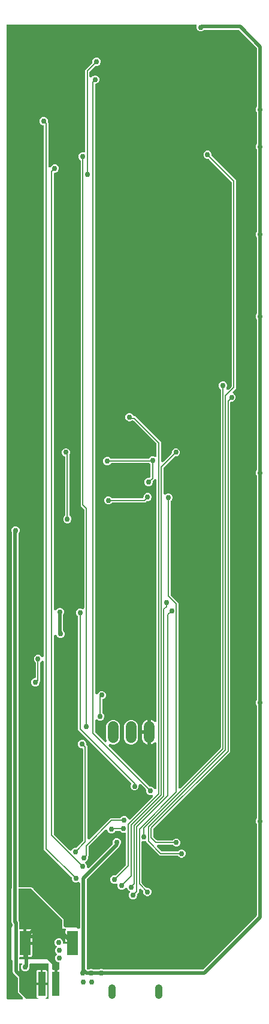
<source format=gbr>
G04 EAGLE Gerber RS-274X export*
G75*
%MOMM*%
%FSLAX34Y34*%
%LPD*%
%INBottom Copper*%
%IPPOS*%
%AMOC8*
5,1,8,0,0,1.08239X$1,22.5*%
G01*
%ADD10R,1.000000X3.500000*%
%ADD11R,1.500000X3.400000*%
%ADD12C,1.008000*%
%ADD13C,1.524000*%
%ADD14C,0.756400*%
%ADD15C,0.508000*%
%ADD16C,0.203200*%

G36*
X30113Y9928D02*
X30113Y9928D01*
X30121Y9928D01*
X30129Y9928D01*
X30322Y9949D01*
X30513Y9968D01*
X30521Y9970D01*
X30529Y9971D01*
X30713Y10029D01*
X30898Y10086D01*
X30905Y10090D01*
X30913Y10093D01*
X31081Y10185D01*
X31252Y10278D01*
X31258Y10283D01*
X31266Y10287D01*
X31411Y10411D01*
X31561Y10536D01*
X31566Y10543D01*
X31573Y10548D01*
X31691Y10698D01*
X31813Y10850D01*
X31817Y10857D01*
X31822Y10864D01*
X31910Y11036D01*
X31998Y11207D01*
X32001Y11215D01*
X32004Y11223D01*
X32057Y11411D01*
X32110Y11594D01*
X32110Y11602D01*
X32112Y11611D01*
X32127Y11806D01*
X32142Y11996D01*
X32141Y12004D01*
X32142Y12012D01*
X32118Y12205D01*
X32095Y12396D01*
X32092Y12403D01*
X32091Y12412D01*
X32030Y12595D01*
X31970Y12778D01*
X31966Y12785D01*
X31963Y12793D01*
X31866Y12962D01*
X31772Y13129D01*
X31766Y13135D01*
X31762Y13142D01*
X31548Y13395D01*
X24688Y20255D01*
X24688Y40191D01*
X24685Y40217D01*
X24687Y40244D01*
X24665Y40418D01*
X24648Y40591D01*
X24640Y40617D01*
X24637Y40643D01*
X24581Y40809D01*
X24530Y40976D01*
X24517Y41000D01*
X24509Y41025D01*
X24421Y41177D01*
X24338Y41330D01*
X24321Y41351D01*
X24308Y41374D01*
X24093Y41627D01*
X19991Y45729D01*
X18419Y47301D01*
X17723Y48981D01*
X17723Y63484D01*
X17721Y63510D01*
X17723Y63537D01*
X17701Y63711D01*
X17683Y63884D01*
X17676Y63910D01*
X17672Y63937D01*
X17617Y64102D01*
X17565Y64269D01*
X17552Y64293D01*
X17544Y64318D01*
X17457Y64470D01*
X17373Y64623D01*
X17356Y64644D01*
X17343Y64667D01*
X17128Y64920D01*
X15747Y66301D01*
X15747Y165331D01*
X15746Y165341D01*
X15747Y165353D01*
X15734Y166620D01*
X15805Y166711D01*
X15915Y166847D01*
X15928Y166871D01*
X15944Y166892D01*
X16022Y167049D01*
X16104Y167203D01*
X16112Y167228D01*
X16124Y167252D01*
X16169Y167422D01*
X16219Y167588D01*
X16221Y167615D01*
X16228Y167641D01*
X16255Y167972D01*
X16255Y669805D01*
X16252Y669836D01*
X16254Y669867D01*
X16232Y670037D01*
X16215Y670206D01*
X16206Y670235D01*
X16202Y670266D01*
X16101Y670582D01*
X15747Y671435D01*
X15747Y673749D01*
X16632Y675886D01*
X18268Y677522D01*
X20278Y678354D01*
X20405Y678407D01*
X22719Y678407D01*
X24856Y677522D01*
X26492Y675886D01*
X27377Y673749D01*
X27377Y671435D01*
X26492Y669298D01*
X25996Y668802D01*
X25979Y668782D01*
X25958Y668764D01*
X25851Y668626D01*
X25741Y668491D01*
X25728Y668467D01*
X25712Y668446D01*
X25634Y668289D01*
X25552Y668135D01*
X25544Y668110D01*
X25532Y668086D01*
X25487Y667916D01*
X25437Y667749D01*
X25435Y667723D01*
X25428Y667697D01*
X25401Y667366D01*
X25401Y170533D01*
X25404Y170504D01*
X25402Y170475D01*
X25424Y170304D01*
X25441Y170132D01*
X25449Y170105D01*
X25453Y170076D01*
X25508Y169912D01*
X25559Y169747D01*
X25572Y169722D01*
X25582Y169694D01*
X25668Y169545D01*
X25751Y169393D01*
X25769Y169371D01*
X25783Y169346D01*
X25898Y169216D01*
X26008Y169084D01*
X26031Y169066D01*
X26050Y169044D01*
X26188Y168940D01*
X26322Y168831D01*
X26348Y168818D01*
X26371Y168801D01*
X26527Y168725D01*
X26679Y168646D01*
X26707Y168638D01*
X26733Y168625D01*
X26901Y168582D01*
X27066Y168535D01*
X27095Y168532D01*
X27123Y168525D01*
X27454Y168501D01*
X41062Y168648D01*
X41078Y168650D01*
X41094Y168648D01*
X41266Y168670D01*
X43138Y168670D01*
X43148Y168671D01*
X43160Y168670D01*
X44416Y168684D01*
X45302Y167798D01*
X45309Y167792D01*
X45317Y167782D01*
X46630Y166497D01*
X46788Y166312D01*
X89663Y123437D01*
X89663Y114046D01*
X89665Y114028D01*
X89663Y114010D01*
X89684Y113828D01*
X89703Y113645D01*
X89708Y113628D01*
X89710Y113611D01*
X89767Y113436D01*
X89821Y113260D01*
X89829Y113245D01*
X89835Y113228D01*
X89925Y113068D01*
X90013Y112906D01*
X90024Y112893D01*
X90033Y112877D01*
X90153Y112738D01*
X90270Y112597D01*
X90284Y112586D01*
X90296Y112572D01*
X90441Y112460D01*
X90584Y112345D01*
X90600Y112337D01*
X90614Y112326D01*
X90779Y112244D01*
X90941Y112159D01*
X90958Y112154D01*
X90974Y112146D01*
X91153Y112099D01*
X91328Y112048D01*
X91346Y112046D01*
X91363Y112042D01*
X91694Y112015D01*
X107689Y112015D01*
X109308Y110396D01*
X109315Y110390D01*
X109320Y110383D01*
X109470Y110263D01*
X109619Y110141D01*
X109627Y110137D01*
X109634Y110131D01*
X109804Y110043D01*
X109975Y109952D01*
X109984Y109950D01*
X109991Y109945D01*
X110176Y109892D01*
X110361Y109837D01*
X110370Y109837D01*
X110378Y109834D01*
X110569Y109818D01*
X110762Y109801D01*
X110771Y109802D01*
X110780Y109801D01*
X110969Y109823D01*
X111162Y109844D01*
X111171Y109847D01*
X111179Y109848D01*
X111361Y109907D01*
X111546Y109966D01*
X111554Y109970D01*
X111562Y109973D01*
X111731Y110068D01*
X111898Y110161D01*
X111905Y110166D01*
X111913Y110171D01*
X112059Y110297D01*
X112205Y110421D01*
X112211Y110428D01*
X112218Y110434D01*
X112335Y110585D01*
X112455Y110737D01*
X112459Y110745D01*
X112464Y110752D01*
X112550Y110924D01*
X112637Y111096D01*
X112640Y111105D01*
X112644Y111113D01*
X112694Y111299D01*
X112745Y111484D01*
X112746Y111493D01*
X112748Y111501D01*
X112775Y111832D01*
X112775Y173934D01*
X112774Y173947D01*
X112775Y173960D01*
X112754Y174147D01*
X112735Y174334D01*
X112731Y174347D01*
X112730Y174360D01*
X112672Y174540D01*
X112617Y174719D01*
X112611Y174731D01*
X112607Y174744D01*
X112515Y174909D01*
X112425Y175073D01*
X112417Y175084D01*
X112410Y175095D01*
X112288Y175238D01*
X112168Y175383D01*
X112157Y175391D01*
X112149Y175401D01*
X112001Y175517D01*
X111854Y175635D01*
X111842Y175641D01*
X111832Y175649D01*
X111663Y175734D01*
X111497Y175820D01*
X111484Y175824D01*
X111472Y175830D01*
X111291Y175880D01*
X111110Y175932D01*
X111096Y175933D01*
X111083Y175936D01*
X110895Y175949D01*
X110708Y175965D01*
X110695Y175963D01*
X110682Y175964D01*
X110494Y175940D01*
X110309Y175918D01*
X110296Y175914D01*
X110283Y175912D01*
X109967Y175810D01*
X108091Y175033D01*
X105777Y175033D01*
X103640Y175918D01*
X102004Y177554D01*
X101119Y179691D01*
X101119Y181510D01*
X101117Y181536D01*
X101119Y181563D01*
X101097Y181737D01*
X101079Y181910D01*
X101072Y181936D01*
X101068Y181963D01*
X101013Y182128D01*
X100961Y182295D01*
X100948Y182319D01*
X100940Y182344D01*
X100853Y182496D01*
X100769Y182649D01*
X100752Y182670D01*
X100739Y182693D01*
X100524Y182946D01*
X61721Y221749D01*
X61721Y486236D01*
X61720Y486245D01*
X61721Y486254D01*
X61700Y486446D01*
X61681Y486637D01*
X61679Y486645D01*
X61678Y486654D01*
X61620Y486836D01*
X61563Y487022D01*
X61559Y487030D01*
X61556Y487038D01*
X61463Y487206D01*
X61371Y487376D01*
X61366Y487383D01*
X61361Y487390D01*
X61236Y487538D01*
X61114Y487685D01*
X61107Y487691D01*
X61101Y487697D01*
X60950Y487816D01*
X60800Y487937D01*
X60792Y487941D01*
X60785Y487947D01*
X60614Y488034D01*
X60443Y488123D01*
X60434Y488125D01*
X60426Y488129D01*
X60240Y488181D01*
X60056Y488234D01*
X60047Y488235D01*
X60038Y488237D01*
X59846Y488251D01*
X59654Y488267D01*
X59646Y488266D01*
X59637Y488267D01*
X59444Y488242D01*
X59255Y488220D01*
X59246Y488217D01*
X59237Y488216D01*
X59054Y488155D01*
X58872Y488095D01*
X58864Y488091D01*
X58856Y488088D01*
X58690Y487993D01*
X58521Y487897D01*
X58514Y487892D01*
X58507Y487887D01*
X58254Y487672D01*
X56984Y486402D01*
X56967Y486382D01*
X56946Y486364D01*
X56840Y486226D01*
X56729Y486091D01*
X56716Y486067D01*
X56700Y486046D01*
X56622Y485890D01*
X56540Y485735D01*
X56532Y485710D01*
X56520Y485686D01*
X56475Y485516D01*
X56425Y485349D01*
X56423Y485323D01*
X56416Y485297D01*
X56389Y484966D01*
X56389Y459521D01*
X56166Y459298D01*
X56149Y459277D01*
X56128Y459260D01*
X56021Y459122D01*
X55911Y458987D01*
X55898Y458963D01*
X55882Y458942D01*
X55804Y458785D01*
X55722Y458631D01*
X55714Y458605D01*
X55702Y458581D01*
X55657Y458412D01*
X55607Y458245D01*
X55605Y458218D01*
X55598Y458193D01*
X55571Y457862D01*
X55571Y456805D01*
X54686Y454668D01*
X53050Y453032D01*
X50913Y452147D01*
X48599Y452147D01*
X46462Y453032D01*
X44826Y454668D01*
X43941Y456805D01*
X43941Y459119D01*
X44826Y461256D01*
X46462Y462892D01*
X48780Y463851D01*
X48870Y463881D01*
X49046Y463935D01*
X49061Y463943D01*
X49078Y463949D01*
X49238Y464039D01*
X49400Y464127D01*
X49413Y464138D01*
X49429Y464147D01*
X49568Y464267D01*
X49709Y464384D01*
X49720Y464398D01*
X49734Y464410D01*
X49846Y464555D01*
X49961Y464698D01*
X49969Y464714D01*
X49980Y464728D01*
X50062Y464893D01*
X50147Y465055D01*
X50152Y465072D01*
X50160Y465088D01*
X50207Y465267D01*
X50258Y465442D01*
X50260Y465460D01*
X50264Y465477D01*
X50291Y465808D01*
X50291Y484966D01*
X50289Y484993D01*
X50291Y485019D01*
X50269Y485193D01*
X50251Y485367D01*
X50244Y485392D01*
X50240Y485419D01*
X50185Y485584D01*
X50133Y485752D01*
X50120Y485775D01*
X50112Y485801D01*
X50025Y485952D01*
X49941Y486106D01*
X49924Y486126D01*
X49911Y486149D01*
X49696Y486402D01*
X48410Y487688D01*
X47525Y489825D01*
X47525Y492139D01*
X48410Y494276D01*
X50046Y495912D01*
X52183Y496797D01*
X54497Y496797D01*
X56634Y495912D01*
X58254Y494292D01*
X58261Y494286D01*
X58266Y494279D01*
X58416Y494159D01*
X58565Y494036D01*
X58573Y494032D01*
X58580Y494027D01*
X58750Y493938D01*
X58921Y493848D01*
X58930Y493845D01*
X58937Y493841D01*
X59122Y493788D01*
X59307Y493733D01*
X59316Y493732D01*
X59324Y493730D01*
X59515Y493714D01*
X59708Y493697D01*
X59717Y493698D01*
X59726Y493697D01*
X59915Y493719D01*
X60108Y493740D01*
X60117Y493743D01*
X60125Y493744D01*
X60307Y493803D01*
X60492Y493862D01*
X60500Y493866D01*
X60508Y493869D01*
X60675Y493963D01*
X60844Y494056D01*
X60851Y494062D01*
X60859Y494067D01*
X61004Y494192D01*
X61151Y494317D01*
X61157Y494324D01*
X61164Y494330D01*
X61280Y494480D01*
X61401Y494633D01*
X61405Y494641D01*
X61410Y494648D01*
X61496Y494819D01*
X61583Y494992D01*
X61586Y495000D01*
X61590Y495008D01*
X61640Y495194D01*
X61691Y495380D01*
X61692Y495389D01*
X61694Y495397D01*
X61721Y495728D01*
X61721Y1242850D01*
X61719Y1242868D01*
X61721Y1242886D01*
X61700Y1243068D01*
X61681Y1243251D01*
X61676Y1243268D01*
X61674Y1243285D01*
X61617Y1243460D01*
X61563Y1243636D01*
X61555Y1243651D01*
X61549Y1243668D01*
X61459Y1243828D01*
X61371Y1243990D01*
X61360Y1244003D01*
X61351Y1244019D01*
X61231Y1244158D01*
X61114Y1244299D01*
X61100Y1244310D01*
X61088Y1244324D01*
X60943Y1244436D01*
X60800Y1244551D01*
X60784Y1244559D01*
X60770Y1244570D01*
X60605Y1244652D01*
X60443Y1244737D01*
X60426Y1244742D01*
X60410Y1244750D01*
X60312Y1244776D01*
X57920Y1245766D01*
X56284Y1247402D01*
X55399Y1249539D01*
X55399Y1251853D01*
X56284Y1253990D01*
X57920Y1255626D01*
X60057Y1256511D01*
X62371Y1256511D01*
X64508Y1255626D01*
X66144Y1253990D01*
X67029Y1251853D01*
X67029Y1250034D01*
X67031Y1250008D01*
X67029Y1249981D01*
X67051Y1249807D01*
X67069Y1249634D01*
X67076Y1249608D01*
X67080Y1249581D01*
X67135Y1249416D01*
X67187Y1249249D01*
X67200Y1249225D01*
X67208Y1249200D01*
X67295Y1249048D01*
X67379Y1248895D01*
X67396Y1248874D01*
X67409Y1248851D01*
X67624Y1248598D01*
X67819Y1248403D01*
X67819Y1187227D01*
X67819Y1187222D01*
X67819Y1187218D01*
X67839Y1187023D01*
X67859Y1186826D01*
X67860Y1186822D01*
X67860Y1186817D01*
X67920Y1186628D01*
X67977Y1186441D01*
X67979Y1186437D01*
X67980Y1186433D01*
X68076Y1186258D01*
X68169Y1186087D01*
X68171Y1186084D01*
X68174Y1186080D01*
X68302Y1185927D01*
X68426Y1185778D01*
X68430Y1185775D01*
X68433Y1185772D01*
X68588Y1185648D01*
X68740Y1185525D01*
X68744Y1185523D01*
X68748Y1185521D01*
X68925Y1185430D01*
X69097Y1185340D01*
X69102Y1185339D01*
X69106Y1185337D01*
X69298Y1185282D01*
X69484Y1185229D01*
X69489Y1185228D01*
X69493Y1185227D01*
X69689Y1185212D01*
X69886Y1185196D01*
X69890Y1185196D01*
X69894Y1185196D01*
X70088Y1185219D01*
X70285Y1185243D01*
X70290Y1185244D01*
X70294Y1185244D01*
X70479Y1185306D01*
X70668Y1185367D01*
X70672Y1185370D01*
X70676Y1185371D01*
X70845Y1185467D01*
X71019Y1185565D01*
X71022Y1185568D01*
X71026Y1185570D01*
X71175Y1185700D01*
X71323Y1185828D01*
X71326Y1185832D01*
X71330Y1185835D01*
X71451Y1185992D01*
X71570Y1186147D01*
X71572Y1186151D01*
X71575Y1186154D01*
X71727Y1186449D01*
X72033Y1187188D01*
X73668Y1188824D01*
X75805Y1189709D01*
X78119Y1189709D01*
X80256Y1188824D01*
X81892Y1187188D01*
X82777Y1185051D01*
X82777Y1182737D01*
X81892Y1180600D01*
X80256Y1178964D01*
X78119Y1178079D01*
X77724Y1178079D01*
X77706Y1178077D01*
X77688Y1178079D01*
X77506Y1178058D01*
X77323Y1178039D01*
X77306Y1178034D01*
X77289Y1178032D01*
X77114Y1177975D01*
X76938Y1177921D01*
X76923Y1177913D01*
X76906Y1177907D01*
X76746Y1177817D01*
X76584Y1177729D01*
X76571Y1177718D01*
X76555Y1177709D01*
X76416Y1177589D01*
X76275Y1177472D01*
X76264Y1177458D01*
X76250Y1177446D01*
X76138Y1177301D01*
X76023Y1177158D01*
X76015Y1177142D01*
X76004Y1177128D01*
X75921Y1176962D01*
X75837Y1176801D01*
X75832Y1176784D01*
X75824Y1176768D01*
X75777Y1176589D01*
X75726Y1176414D01*
X75724Y1176396D01*
X75720Y1176379D01*
X75693Y1176048D01*
X75693Y562022D01*
X75694Y562013D01*
X75693Y562004D01*
X75714Y561812D01*
X75733Y561621D01*
X75735Y561613D01*
X75736Y561604D01*
X75794Y561422D01*
X75851Y561236D01*
X75855Y561228D01*
X75858Y561220D01*
X75951Y561052D01*
X76043Y560882D01*
X76048Y560875D01*
X76053Y560868D01*
X76178Y560720D01*
X76300Y560573D01*
X76307Y560567D01*
X76313Y560561D01*
X76465Y560441D01*
X76614Y560321D01*
X76622Y560317D01*
X76629Y560311D01*
X76801Y560224D01*
X76971Y560135D01*
X76980Y560133D01*
X76988Y560129D01*
X77174Y560077D01*
X77358Y560024D01*
X77367Y560023D01*
X77376Y560021D01*
X77568Y560007D01*
X77760Y559991D01*
X77768Y559992D01*
X77777Y559991D01*
X77970Y560016D01*
X78159Y560038D01*
X78168Y560041D01*
X78177Y560042D01*
X78360Y560103D01*
X78542Y560163D01*
X78550Y560167D01*
X78558Y560170D01*
X78724Y560265D01*
X78893Y560361D01*
X78900Y560366D01*
X78907Y560371D01*
X79160Y560586D01*
X80780Y562206D01*
X81667Y562573D01*
X82917Y563091D01*
X85231Y563091D01*
X87368Y562206D01*
X89004Y560570D01*
X89889Y558433D01*
X89889Y556119D01*
X88939Y553827D01*
X88880Y553707D01*
X88798Y553553D01*
X88790Y553528D01*
X88778Y553504D01*
X88733Y553334D01*
X88683Y553167D01*
X88681Y553141D01*
X88674Y553115D01*
X88647Y552784D01*
X88647Y531542D01*
X88649Y531515D01*
X88647Y531489D01*
X88669Y531315D01*
X88687Y531141D01*
X88694Y531116D01*
X88698Y531089D01*
X88753Y530924D01*
X88805Y530756D01*
X88818Y530733D01*
X88826Y530707D01*
X88913Y530556D01*
X88997Y530402D01*
X89014Y530382D01*
X89027Y530359D01*
X89242Y530106D01*
X89766Y529582D01*
X90651Y527445D01*
X90651Y525131D01*
X89766Y522994D01*
X88130Y521358D01*
X85993Y520473D01*
X83679Y520473D01*
X81542Y521358D01*
X79907Y522994D01*
X79601Y523733D01*
X79599Y523737D01*
X79597Y523741D01*
X79505Y523911D01*
X79410Y524088D01*
X79408Y524091D01*
X79405Y524095D01*
X79282Y524243D01*
X79154Y524398D01*
X79151Y524401D01*
X79148Y524404D01*
X78994Y524528D01*
X78841Y524652D01*
X78837Y524654D01*
X78834Y524657D01*
X78661Y524746D01*
X78485Y524839D01*
X78480Y524840D01*
X78477Y524842D01*
X78291Y524896D01*
X78099Y524952D01*
X78094Y524952D01*
X78090Y524954D01*
X77893Y524970D01*
X77697Y524987D01*
X77693Y524986D01*
X77688Y524986D01*
X77493Y524963D01*
X77297Y524941D01*
X77293Y524940D01*
X77289Y524939D01*
X77101Y524878D01*
X76914Y524818D01*
X76910Y524816D01*
X76906Y524815D01*
X76731Y524716D01*
X76563Y524622D01*
X76559Y524619D01*
X76555Y524617D01*
X76405Y524487D01*
X76257Y524360D01*
X76254Y524356D01*
X76250Y524354D01*
X76131Y524200D01*
X76008Y524043D01*
X76006Y524039D01*
X76004Y524035D01*
X75917Y523861D01*
X75828Y523683D01*
X75826Y523679D01*
X75824Y523675D01*
X75773Y523482D01*
X75721Y523295D01*
X75721Y523291D01*
X75720Y523286D01*
X75693Y522955D01*
X75693Y243912D01*
X75695Y243886D01*
X75693Y243859D01*
X75715Y243685D01*
X75733Y243512D01*
X75740Y243486D01*
X75744Y243459D01*
X75799Y243294D01*
X75851Y243127D01*
X75864Y243103D01*
X75872Y243078D01*
X75959Y242926D01*
X76043Y242773D01*
X76060Y242752D01*
X76073Y242729D01*
X76288Y242476D01*
X97785Y220979D01*
X97795Y220970D01*
X97804Y220960D01*
X97950Y220843D01*
X98096Y220724D01*
X98108Y220718D01*
X98118Y220709D01*
X98287Y220623D01*
X98452Y220535D01*
X98465Y220531D01*
X98477Y220525D01*
X98659Y220474D01*
X98838Y220420D01*
X98851Y220419D01*
X98864Y220416D01*
X99051Y220401D01*
X99239Y220384D01*
X99252Y220385D01*
X99265Y220384D01*
X99450Y220407D01*
X99639Y220427D01*
X99652Y220431D01*
X99665Y220433D01*
X99843Y220492D01*
X100023Y220549D01*
X100035Y220555D01*
X100047Y220560D01*
X100212Y220653D01*
X100375Y220744D01*
X100385Y220752D01*
X100397Y220759D01*
X100540Y220883D01*
X100682Y221004D01*
X100690Y221015D01*
X100701Y221024D01*
X100815Y221173D01*
X100932Y221320D01*
X100938Y221332D01*
X100946Y221343D01*
X101098Y221638D01*
X101243Y221988D01*
X102878Y223624D01*
X105015Y224509D01*
X106834Y224509D01*
X106860Y224511D01*
X106887Y224509D01*
X107061Y224531D01*
X107234Y224549D01*
X107260Y224556D01*
X107287Y224560D01*
X107452Y224615D01*
X107619Y224667D01*
X107643Y224680D01*
X107668Y224688D01*
X107820Y224775D01*
X107973Y224859D01*
X107994Y224876D01*
X108017Y224889D01*
X108270Y225104D01*
X116371Y233205D01*
X116388Y233226D01*
X116409Y233243D01*
X116516Y233381D01*
X116626Y233516D01*
X116639Y233540D01*
X116655Y233561D01*
X116733Y233718D01*
X116815Y233872D01*
X116823Y233898D01*
X116835Y233922D01*
X116880Y234091D01*
X116930Y234258D01*
X116932Y234285D01*
X116939Y234310D01*
X116966Y234641D01*
X116966Y362994D01*
X116964Y363012D01*
X116966Y363030D01*
X116945Y363212D01*
X116926Y363395D01*
X116921Y363412D01*
X116919Y363429D01*
X116862Y363604D01*
X116808Y363780D01*
X116800Y363795D01*
X116794Y363812D01*
X116704Y363972D01*
X116616Y364134D01*
X116605Y364147D01*
X116596Y364163D01*
X116476Y364302D01*
X116359Y364443D01*
X116345Y364454D01*
X116333Y364468D01*
X116188Y364580D01*
X116045Y364695D01*
X116029Y364703D01*
X116015Y364714D01*
X115850Y364796D01*
X115688Y364881D01*
X115671Y364886D01*
X115655Y364894D01*
X115476Y364941D01*
X115301Y364992D01*
X115283Y364994D01*
X115266Y364998D01*
X114935Y365025D01*
X114667Y365025D01*
X112530Y365910D01*
X110894Y367546D01*
X110009Y369683D01*
X110009Y371997D01*
X110894Y374134D01*
X112530Y375770D01*
X114667Y376655D01*
X116981Y376655D01*
X119118Y375770D01*
X120754Y374134D01*
X121639Y371997D01*
X121639Y370178D01*
X121641Y370152D01*
X121639Y370125D01*
X121661Y369951D01*
X121679Y369778D01*
X121686Y369752D01*
X121690Y369725D01*
X121745Y369560D01*
X121797Y369393D01*
X121810Y369369D01*
X121818Y369344D01*
X121905Y369192D01*
X121989Y369039D01*
X122006Y369018D01*
X122019Y368995D01*
X122234Y368742D01*
X123064Y367912D01*
X123064Y238197D01*
X123065Y238188D01*
X123064Y238179D01*
X123085Y237986D01*
X123104Y237797D01*
X123106Y237788D01*
X123107Y237779D01*
X123166Y237594D01*
X123222Y237412D01*
X123226Y237404D01*
X123229Y237395D01*
X123323Y237225D01*
X123414Y237058D01*
X123419Y237051D01*
X123424Y237043D01*
X123548Y236896D01*
X123671Y236748D01*
X123678Y236743D01*
X123684Y236736D01*
X123836Y236616D01*
X123985Y236496D01*
X123993Y236492D01*
X124000Y236486D01*
X124173Y236399D01*
X124342Y236310D01*
X124351Y236308D01*
X124359Y236304D01*
X124545Y236252D01*
X124729Y236199D01*
X124738Y236198D01*
X124747Y236196D01*
X124940Y236182D01*
X125131Y236166D01*
X125139Y236167D01*
X125148Y236167D01*
X125341Y236191D01*
X125530Y236213D01*
X125539Y236216D01*
X125548Y236217D01*
X125730Y236278D01*
X125913Y236338D01*
X125921Y236342D01*
X125929Y236345D01*
X126096Y236441D01*
X126264Y236536D01*
X126271Y236542D01*
X126278Y236546D01*
X126531Y236761D01*
X153582Y263812D01*
X155963Y266193D01*
X168736Y266193D01*
X168763Y266195D01*
X168789Y266193D01*
X168963Y266215D01*
X169137Y266233D01*
X169162Y266240D01*
X169189Y266244D01*
X169354Y266299D01*
X169522Y266351D01*
X169545Y266364D01*
X169571Y266372D01*
X169722Y266459D01*
X169876Y266543D01*
X169896Y266560D01*
X169919Y266573D01*
X170172Y266788D01*
X171966Y268582D01*
X174103Y269467D01*
X176417Y269467D01*
X178554Y268582D01*
X180190Y266946D01*
X180781Y265518D01*
X180787Y265507D01*
X180791Y265494D01*
X180882Y265329D01*
X180971Y265163D01*
X180980Y265153D01*
X180986Y265141D01*
X181107Y264999D01*
X181227Y264853D01*
X181238Y264845D01*
X181246Y264834D01*
X181394Y264718D01*
X181540Y264599D01*
X181552Y264593D01*
X181562Y264585D01*
X181731Y264499D01*
X181897Y264412D01*
X181909Y264409D01*
X181921Y264402D01*
X182103Y264352D01*
X182283Y264299D01*
X182296Y264298D01*
X182309Y264294D01*
X182498Y264281D01*
X182684Y264265D01*
X182697Y264266D01*
X182711Y264265D01*
X182899Y264289D01*
X183084Y264310D01*
X183097Y264314D01*
X183110Y264315D01*
X183289Y264375D01*
X183467Y264433D01*
X183479Y264439D01*
X183492Y264444D01*
X183655Y264538D01*
X183819Y264629D01*
X183829Y264638D01*
X183841Y264645D01*
X184094Y264859D01*
X215006Y295772D01*
X215012Y295779D01*
X215019Y295784D01*
X215139Y295934D01*
X215261Y296083D01*
X215265Y296091D01*
X215271Y296098D01*
X215360Y296269D01*
X215450Y296439D01*
X215452Y296447D01*
X215457Y296455D01*
X215510Y296641D01*
X215565Y296825D01*
X215565Y296834D01*
X215568Y296842D01*
X215584Y297034D01*
X215601Y297226D01*
X215600Y297235D01*
X215601Y297244D01*
X215579Y297431D01*
X215558Y297626D01*
X215555Y297635D01*
X215554Y297643D01*
X215495Y297825D01*
X215436Y298010D01*
X215432Y298018D01*
X215429Y298026D01*
X215334Y298194D01*
X215241Y298362D01*
X215236Y298369D01*
X215231Y298377D01*
X215105Y298523D01*
X214981Y298669D01*
X214974Y298675D01*
X214968Y298682D01*
X214817Y298799D01*
X214665Y298919D01*
X214657Y298923D01*
X214650Y298928D01*
X214478Y299014D01*
X214306Y299101D01*
X214297Y299104D01*
X214289Y299108D01*
X214103Y299158D01*
X213918Y299209D01*
X213909Y299210D01*
X213901Y299212D01*
X213570Y299239D01*
X210933Y299239D01*
X208796Y300124D01*
X207160Y301760D01*
X206275Y303897D01*
X206275Y305716D01*
X206273Y305742D01*
X206275Y305769D01*
X206253Y305943D01*
X206235Y306116D01*
X206228Y306142D01*
X206224Y306169D01*
X206169Y306334D01*
X206117Y306501D01*
X206104Y306525D01*
X206096Y306550D01*
X206009Y306702D01*
X205925Y306855D01*
X205908Y306876D01*
X205895Y306899D01*
X205680Y307152D01*
X199020Y313812D01*
X199013Y313818D01*
X199008Y313825D01*
X198858Y313945D01*
X198709Y314067D01*
X198701Y314071D01*
X198694Y314077D01*
X198524Y314165D01*
X198353Y314256D01*
X198344Y314258D01*
X198337Y314263D01*
X198152Y314316D01*
X197967Y314371D01*
X197958Y314371D01*
X197950Y314374D01*
X197758Y314390D01*
X197566Y314407D01*
X197557Y314406D01*
X197548Y314407D01*
X197359Y314385D01*
X197166Y314364D01*
X197157Y314361D01*
X197149Y314360D01*
X196967Y314301D01*
X196782Y314242D01*
X196774Y314238D01*
X196766Y314235D01*
X196597Y314140D01*
X196430Y314047D01*
X196423Y314042D01*
X196415Y314037D01*
X196269Y313911D01*
X196123Y313787D01*
X196117Y313780D01*
X196110Y313774D01*
X195993Y313623D01*
X195873Y313471D01*
X195869Y313463D01*
X195864Y313456D01*
X195778Y313284D01*
X195691Y313112D01*
X195688Y313103D01*
X195684Y313095D01*
X195634Y312909D01*
X195583Y312724D01*
X195582Y312715D01*
X195580Y312707D01*
X195553Y312376D01*
X195553Y309993D01*
X194668Y307856D01*
X193032Y306220D01*
X190895Y305335D01*
X188581Y305335D01*
X186444Y306220D01*
X184808Y307856D01*
X183923Y309993D01*
X183923Y312307D01*
X184696Y314171D01*
X184702Y314193D01*
X184712Y314213D01*
X184760Y314385D01*
X184812Y314557D01*
X184814Y314579D01*
X184820Y314601D01*
X184833Y314780D01*
X184850Y314958D01*
X184848Y314980D01*
X184850Y315002D01*
X184827Y315180D01*
X184809Y315358D01*
X184802Y315379D01*
X184799Y315402D01*
X184742Y315571D01*
X184689Y315742D01*
X184678Y315762D01*
X184671Y315783D01*
X184582Y315938D01*
X184496Y316096D01*
X184481Y316113D01*
X184470Y316132D01*
X184255Y316385D01*
X109727Y390913D01*
X109727Y550498D01*
X109725Y550525D01*
X109727Y550551D01*
X109705Y550725D01*
X109687Y550899D01*
X109680Y550924D01*
X109676Y550951D01*
X109621Y551116D01*
X109569Y551284D01*
X109556Y551307D01*
X109548Y551333D01*
X109461Y551484D01*
X109377Y551638D01*
X109360Y551658D01*
X109347Y551681D01*
X109132Y551934D01*
X107846Y553220D01*
X106961Y555357D01*
X106961Y557671D01*
X107846Y559808D01*
X109482Y561444D01*
X111619Y562329D01*
X113933Y562329D01*
X115809Y561552D01*
X115822Y561548D01*
X115833Y561542D01*
X116013Y561490D01*
X116194Y561435D01*
X116207Y561434D01*
X116220Y561430D01*
X116408Y561415D01*
X116595Y561397D01*
X116608Y561398D01*
X116622Y561397D01*
X116808Y561419D01*
X116995Y561439D01*
X117008Y561443D01*
X117021Y561444D01*
X117200Y561502D01*
X117380Y561559D01*
X117391Y561565D01*
X117404Y561569D01*
X117569Y561662D01*
X117733Y561752D01*
X117743Y561760D01*
X117755Y561767D01*
X117897Y561890D01*
X118041Y562011D01*
X118049Y562021D01*
X118060Y562030D01*
X118175Y562179D01*
X118292Y562326D01*
X118298Y562338D01*
X118306Y562348D01*
X118390Y562517D01*
X118476Y562684D01*
X118480Y562697D01*
X118486Y562709D01*
X118535Y562892D01*
X118586Y563071D01*
X118587Y563085D01*
X118590Y563098D01*
X118617Y563428D01*
X118617Y701222D01*
X118615Y701248D01*
X118617Y701275D01*
X118595Y701449D01*
X118577Y701622D01*
X118570Y701648D01*
X118566Y701675D01*
X118511Y701840D01*
X118459Y702007D01*
X118446Y702031D01*
X118438Y702056D01*
X118351Y702208D01*
X118267Y702361D01*
X118250Y702382D01*
X118237Y702405D01*
X118022Y702658D01*
X115918Y704762D01*
X113537Y707143D01*
X113537Y1194388D01*
X113535Y1194415D01*
X113537Y1194441D01*
X113515Y1194615D01*
X113497Y1194789D01*
X113490Y1194814D01*
X113486Y1194841D01*
X113430Y1195007D01*
X113379Y1195174D01*
X113366Y1195197D01*
X113358Y1195223D01*
X113271Y1195374D01*
X113187Y1195528D01*
X113170Y1195548D01*
X113157Y1195571D01*
X112942Y1195824D01*
X111656Y1197110D01*
X110771Y1199247D01*
X110771Y1201561D01*
X111656Y1203698D01*
X113292Y1205334D01*
X115429Y1206219D01*
X117856Y1206219D01*
X117874Y1206221D01*
X117892Y1206219D01*
X118074Y1206240D01*
X118257Y1206259D01*
X118274Y1206264D01*
X118291Y1206266D01*
X118466Y1206323D01*
X118642Y1206377D01*
X118657Y1206385D01*
X118674Y1206391D01*
X118834Y1206481D01*
X118996Y1206569D01*
X119009Y1206580D01*
X119025Y1206589D01*
X119164Y1206709D01*
X119305Y1206826D01*
X119316Y1206840D01*
X119330Y1206852D01*
X119442Y1206997D01*
X119557Y1207140D01*
X119565Y1207156D01*
X119576Y1207170D01*
X119658Y1207335D01*
X119743Y1207497D01*
X119748Y1207514D01*
X119756Y1207530D01*
X119803Y1207709D01*
X119854Y1207884D01*
X119856Y1207902D01*
X119860Y1207919D01*
X119887Y1208250D01*
X119887Y1322571D01*
X129734Y1332418D01*
X129751Y1332439D01*
X129772Y1332456D01*
X129879Y1332594D01*
X129989Y1332729D01*
X130002Y1332753D01*
X130018Y1332774D01*
X130096Y1332931D01*
X130178Y1333085D01*
X130186Y1333111D01*
X130198Y1333135D01*
X130243Y1333304D01*
X130293Y1333471D01*
X130295Y1333498D01*
X130302Y1333523D01*
X130329Y1333854D01*
X130329Y1335673D01*
X131214Y1337810D01*
X132850Y1339446D01*
X134987Y1340331D01*
X137301Y1340331D01*
X139438Y1339446D01*
X141074Y1337810D01*
X141959Y1335673D01*
X141959Y1333359D01*
X141074Y1331222D01*
X139438Y1329586D01*
X137301Y1328701D01*
X135482Y1328701D01*
X135456Y1328699D01*
X135429Y1328701D01*
X135255Y1328679D01*
X135082Y1328661D01*
X135056Y1328654D01*
X135029Y1328650D01*
X134864Y1328594D01*
X134697Y1328543D01*
X134673Y1328530D01*
X134648Y1328522D01*
X134496Y1328435D01*
X134343Y1328351D01*
X134322Y1328334D01*
X134299Y1328321D01*
X134046Y1328106D01*
X126580Y1320640D01*
X126563Y1320619D01*
X126542Y1320602D01*
X126435Y1320464D01*
X126325Y1320329D01*
X126312Y1320305D01*
X126296Y1320284D01*
X126218Y1320127D01*
X126136Y1319973D01*
X126128Y1319947D01*
X126116Y1319923D01*
X126071Y1319754D01*
X126021Y1319587D01*
X126019Y1319560D01*
X126012Y1319535D01*
X125985Y1319204D01*
X125985Y1314370D01*
X125986Y1314361D01*
X125985Y1314352D01*
X126006Y1314160D01*
X126025Y1313969D01*
X126027Y1313961D01*
X126028Y1313952D01*
X126086Y1313770D01*
X126143Y1313584D01*
X126147Y1313576D01*
X126150Y1313568D01*
X126243Y1313400D01*
X126335Y1313230D01*
X126340Y1313223D01*
X126345Y1313216D01*
X126470Y1313068D01*
X126592Y1312921D01*
X126599Y1312915D01*
X126605Y1312909D01*
X126757Y1312789D01*
X126906Y1312669D01*
X126914Y1312665D01*
X126921Y1312659D01*
X127093Y1312572D01*
X127263Y1312483D01*
X127272Y1312481D01*
X127280Y1312477D01*
X127466Y1312425D01*
X127650Y1312372D01*
X127659Y1312371D01*
X127668Y1312369D01*
X127860Y1312355D01*
X128052Y1312339D01*
X128060Y1312340D01*
X128069Y1312339D01*
X128262Y1312364D01*
X128451Y1312386D01*
X128460Y1312389D01*
X128469Y1312390D01*
X128652Y1312451D01*
X128834Y1312511D01*
X128842Y1312515D01*
X128850Y1312518D01*
X129016Y1312613D01*
X129185Y1312709D01*
X129192Y1312714D01*
X129199Y1312719D01*
X129452Y1312934D01*
X130818Y1314300D01*
X132955Y1315185D01*
X135269Y1315185D01*
X137406Y1314300D01*
X139042Y1312664D01*
X139927Y1310527D01*
X139927Y1308213D01*
X139042Y1306076D01*
X137406Y1304440D01*
X135367Y1303596D01*
X135347Y1303585D01*
X135326Y1303578D01*
X135170Y1303490D01*
X135012Y1303406D01*
X134995Y1303391D01*
X134975Y1303381D01*
X134840Y1303264D01*
X134701Y1303149D01*
X134687Y1303132D01*
X134670Y1303117D01*
X134561Y1302976D01*
X134448Y1302837D01*
X134437Y1302817D01*
X134424Y1302799D01*
X134344Y1302639D01*
X134261Y1302480D01*
X134254Y1302459D01*
X134244Y1302439D01*
X134198Y1302265D01*
X134148Y1302094D01*
X134146Y1302072D01*
X134140Y1302050D01*
X134113Y1301719D01*
X134113Y443261D01*
X134113Y443256D01*
X134113Y443252D01*
X134133Y443057D01*
X134153Y442860D01*
X134154Y442856D01*
X134154Y442851D01*
X134214Y442662D01*
X134271Y442475D01*
X134273Y442471D01*
X134274Y442467D01*
X134370Y442292D01*
X134463Y442121D01*
X134465Y442118D01*
X134468Y442114D01*
X134596Y441961D01*
X134720Y441812D01*
X134724Y441809D01*
X134727Y441806D01*
X134882Y441682D01*
X135034Y441559D01*
X135038Y441557D01*
X135042Y441555D01*
X135219Y441464D01*
X135391Y441374D01*
X135396Y441373D01*
X135400Y441371D01*
X135592Y441316D01*
X135778Y441263D01*
X135783Y441262D01*
X135787Y441261D01*
X135983Y441246D01*
X136180Y441230D01*
X136184Y441230D01*
X136188Y441230D01*
X136382Y441253D01*
X136579Y441277D01*
X136584Y441278D01*
X136588Y441278D01*
X136773Y441340D01*
X136962Y441401D01*
X136966Y441404D01*
X136970Y441405D01*
X137139Y441501D01*
X137313Y441599D01*
X137316Y441602D01*
X137320Y441604D01*
X137469Y441734D01*
X137617Y441862D01*
X137620Y441866D01*
X137624Y441869D01*
X137745Y442026D01*
X137864Y442181D01*
X137866Y442185D01*
X137869Y442188D01*
X138021Y442483D01*
X138327Y443222D01*
X139962Y444858D01*
X142099Y445743D01*
X144413Y445743D01*
X146550Y444858D01*
X148186Y443222D01*
X149071Y441085D01*
X149071Y438771D01*
X148186Y436634D01*
X146550Y434999D01*
X145273Y434470D01*
X145253Y434459D01*
X145232Y434452D01*
X145076Y434364D01*
X144918Y434279D01*
X144901Y434265D01*
X144881Y434254D01*
X144745Y434137D01*
X144607Y434023D01*
X144593Y434006D01*
X144576Y433991D01*
X144467Y433850D01*
X144354Y433710D01*
X144343Y433691D01*
X144330Y433673D01*
X144250Y433512D01*
X144167Y433354D01*
X144160Y433332D01*
X144150Y433312D01*
X144104Y433139D01*
X144054Y432967D01*
X144052Y432945D01*
X144046Y432924D01*
X144019Y432593D01*
X144019Y415972D01*
X144021Y415945D01*
X144019Y415919D01*
X144041Y415745D01*
X144059Y415571D01*
X144066Y415546D01*
X144070Y415519D01*
X144125Y415354D01*
X144177Y415186D01*
X144190Y415163D01*
X144198Y415137D01*
X144285Y414986D01*
X144369Y414832D01*
X144386Y414812D01*
X144399Y414789D01*
X144614Y414536D01*
X145900Y413250D01*
X146785Y411113D01*
X146785Y408799D01*
X145900Y406662D01*
X144264Y405026D01*
X142127Y404141D01*
X139813Y404141D01*
X137676Y405026D01*
X137580Y405122D01*
X137573Y405128D01*
X137568Y405135D01*
X137418Y405255D01*
X137269Y405377D01*
X137261Y405382D01*
X137254Y405387D01*
X137084Y405476D01*
X136913Y405566D01*
X136905Y405569D01*
X136897Y405573D01*
X136711Y405626D01*
X136527Y405681D01*
X136518Y405682D01*
X136510Y405684D01*
X136318Y405700D01*
X136126Y405717D01*
X136117Y405716D01*
X136108Y405717D01*
X135918Y405695D01*
X135726Y405674D01*
X135717Y405671D01*
X135709Y405670D01*
X135526Y405611D01*
X135342Y405552D01*
X135334Y405548D01*
X135326Y405545D01*
X135158Y405451D01*
X134990Y405358D01*
X134983Y405352D01*
X134975Y405347D01*
X134829Y405222D01*
X134683Y405097D01*
X134677Y405090D01*
X134670Y405084D01*
X134553Y404933D01*
X134433Y404781D01*
X134429Y404773D01*
X134424Y404766D01*
X134338Y404594D01*
X134251Y404422D01*
X134248Y404414D01*
X134244Y404406D01*
X134194Y404218D01*
X134143Y404034D01*
X134142Y404026D01*
X134140Y404017D01*
X134113Y403686D01*
X134113Y388184D01*
X134115Y388158D01*
X134113Y388131D01*
X134135Y387957D01*
X134153Y387784D01*
X134160Y387758D01*
X134164Y387731D01*
X134219Y387566D01*
X134271Y387399D01*
X134284Y387375D01*
X134292Y387350D01*
X134379Y387198D01*
X134463Y387045D01*
X134480Y387024D01*
X134493Y387001D01*
X134708Y386748D01*
X147212Y374244D01*
X147215Y374241D01*
X147218Y374237D01*
X147372Y374113D01*
X147523Y373989D01*
X147527Y373987D01*
X147531Y373984D01*
X147708Y373891D01*
X147879Y373800D01*
X147883Y373799D01*
X147887Y373797D01*
X148078Y373741D01*
X148265Y373685D01*
X148269Y373685D01*
X148274Y373684D01*
X148466Y373667D01*
X148666Y373649D01*
X148670Y373649D01*
X148675Y373649D01*
X148865Y373670D01*
X149066Y373692D01*
X149071Y373694D01*
X149075Y373694D01*
X149258Y373753D01*
X149450Y373814D01*
X149454Y373816D01*
X149458Y373817D01*
X149631Y373914D01*
X149802Y374009D01*
X149806Y374011D01*
X149810Y374014D01*
X149961Y374144D01*
X150109Y374269D01*
X150112Y374273D01*
X150116Y374276D01*
X150236Y374430D01*
X150359Y374585D01*
X150361Y374589D01*
X150364Y374593D01*
X150453Y374769D01*
X150541Y374944D01*
X150542Y374948D01*
X150545Y374952D01*
X150596Y375142D01*
X150649Y375332D01*
X150650Y375336D01*
X150651Y375341D01*
X150664Y375533D01*
X150679Y375733D01*
X150678Y375738D01*
X150678Y375742D01*
X150654Y375932D01*
X150628Y376133D01*
X150627Y376137D01*
X150626Y376142D01*
X150525Y376457D01*
X149859Y378064D01*
X149859Y397144D01*
X151329Y400692D01*
X154044Y403407D01*
X155802Y404135D01*
X157592Y404877D01*
X161432Y404877D01*
X164980Y403407D01*
X167695Y400692D01*
X169165Y397144D01*
X169165Y378064D01*
X167695Y374516D01*
X164980Y371801D01*
X161432Y370331D01*
X157592Y370331D01*
X155985Y370997D01*
X155981Y370998D01*
X155977Y371000D01*
X155789Y371056D01*
X155600Y371113D01*
X155596Y371114D01*
X155591Y371115D01*
X155390Y371133D01*
X155199Y371151D01*
X155195Y371151D01*
X155190Y371151D01*
X154991Y371130D01*
X154799Y371110D01*
X154795Y371108D01*
X154790Y371108D01*
X154603Y371049D01*
X154414Y370990D01*
X154410Y370988D01*
X154406Y370986D01*
X154236Y370892D01*
X154061Y370797D01*
X154058Y370794D01*
X154054Y370792D01*
X153904Y370665D01*
X153753Y370537D01*
X153750Y370534D01*
X153747Y370531D01*
X153625Y370377D01*
X153502Y370223D01*
X153500Y370219D01*
X153497Y370215D01*
X153407Y370038D01*
X153318Y369864D01*
X153317Y369860D01*
X153315Y369856D01*
X153261Y369664D01*
X153208Y369477D01*
X153208Y369473D01*
X153207Y369468D01*
X153192Y369265D01*
X153177Y369076D01*
X153178Y369071D01*
X153178Y369067D01*
X153203Y368869D01*
X153226Y368676D01*
X153227Y368672D01*
X153228Y368667D01*
X153290Y368482D01*
X153352Y368294D01*
X153355Y368290D01*
X153356Y368286D01*
X153455Y368114D01*
X153552Y367944D01*
X153555Y367941D01*
X153557Y367937D01*
X153772Y367684D01*
X209992Y311464D01*
X210013Y311447D01*
X210030Y311426D01*
X210168Y311319D01*
X210303Y311209D01*
X210327Y311196D01*
X210348Y311180D01*
X210505Y311102D01*
X210659Y311020D01*
X210685Y311012D01*
X210709Y311000D01*
X210878Y310955D01*
X211045Y310905D01*
X211072Y310903D01*
X211097Y310896D01*
X211428Y310869D01*
X213247Y310869D01*
X215384Y309984D01*
X217019Y308348D01*
X217071Y308223D01*
X217073Y308219D01*
X217075Y308214D01*
X217169Y308041D01*
X217262Y307868D01*
X217264Y307864D01*
X217267Y307860D01*
X217391Y307710D01*
X217518Y307557D01*
X217521Y307554D01*
X217524Y307551D01*
X217676Y307429D01*
X217831Y307304D01*
X217835Y307301D01*
X217838Y307299D01*
X218008Y307210D01*
X218187Y307116D01*
X218192Y307115D01*
X218195Y307113D01*
X218383Y307059D01*
X218573Y307003D01*
X218578Y307003D01*
X218582Y307002D01*
X218782Y306985D01*
X218975Y306969D01*
X218979Y306969D01*
X218984Y306969D01*
X219180Y306992D01*
X219375Y307014D01*
X219379Y307015D01*
X219383Y307016D01*
X219570Y307077D01*
X219758Y307137D01*
X219762Y307139D01*
X219766Y307141D01*
X219937Y307237D01*
X220109Y307333D01*
X220113Y307336D01*
X220117Y307339D01*
X220264Y307466D01*
X220415Y307595D01*
X220418Y307599D01*
X220422Y307602D01*
X220541Y307756D01*
X220664Y307912D01*
X220666Y307916D01*
X220668Y307920D01*
X220757Y308098D01*
X220844Y308272D01*
X220846Y308276D01*
X220848Y308280D01*
X220899Y308473D01*
X220951Y308660D01*
X220951Y308665D01*
X220952Y308669D01*
X220979Y309000D01*
X220979Y371378D01*
X220978Y371387D01*
X220979Y371396D01*
X220959Y371586D01*
X220939Y371779D01*
X220937Y371787D01*
X220936Y371796D01*
X220878Y371979D01*
X220821Y372164D01*
X220817Y372171D01*
X220814Y372180D01*
X220721Y372348D01*
X220629Y372518D01*
X220624Y372524D01*
X220619Y372532D01*
X220494Y372680D01*
X220372Y372827D01*
X220365Y372832D01*
X220359Y372839D01*
X220207Y372959D01*
X220058Y373079D01*
X220050Y373083D01*
X220043Y373089D01*
X219870Y373177D01*
X219701Y373265D01*
X219692Y373267D01*
X219684Y373271D01*
X219499Y373323D01*
X219314Y373376D01*
X219305Y373377D01*
X219296Y373379D01*
X219104Y373393D01*
X218912Y373409D01*
X218904Y373408D01*
X218895Y373409D01*
X218703Y373384D01*
X218513Y373362D01*
X218504Y373359D01*
X218495Y373358D01*
X218313Y373297D01*
X218130Y373237D01*
X218122Y373233D01*
X218114Y373230D01*
X217946Y373134D01*
X217779Y373039D01*
X217772Y373033D01*
X217765Y373029D01*
X217512Y372814D01*
X216931Y372234D01*
X215637Y371294D01*
X214212Y370568D01*
X212851Y370125D01*
X212851Y387096D01*
X212849Y387114D01*
X212851Y387131D01*
X212830Y387314D01*
X212811Y387496D01*
X212806Y387513D01*
X212804Y387531D01*
X212779Y387609D01*
X212818Y387746D01*
X212820Y387764D01*
X212824Y387781D01*
X212851Y388112D01*
X212851Y405083D01*
X214212Y404640D01*
X215637Y403914D01*
X216931Y402974D01*
X217512Y402394D01*
X217519Y402388D01*
X217524Y402381D01*
X217673Y402261D01*
X217823Y402139D01*
X217831Y402134D01*
X217838Y402129D01*
X218007Y402041D01*
X218179Y401950D01*
X218188Y401947D01*
X218195Y401943D01*
X218379Y401891D01*
X218565Y401835D01*
X218574Y401834D01*
X218582Y401832D01*
X218773Y401816D01*
X218966Y401799D01*
X218975Y401800D01*
X218984Y401799D01*
X219173Y401821D01*
X219366Y401842D01*
X219375Y401845D01*
X219383Y401846D01*
X219566Y401906D01*
X219750Y401964D01*
X219758Y401968D01*
X219766Y401971D01*
X219935Y402066D01*
X220102Y402159D01*
X220109Y402164D01*
X220117Y402169D01*
X220262Y402294D01*
X220409Y402419D01*
X220415Y402426D01*
X220422Y402432D01*
X220539Y402584D01*
X220659Y402735D01*
X220663Y402743D01*
X220668Y402750D01*
X220755Y402924D01*
X220841Y403094D01*
X220844Y403102D01*
X220848Y403111D01*
X220898Y403299D01*
X220949Y403482D01*
X220950Y403491D01*
X220952Y403499D01*
X220979Y403830D01*
X220979Y742878D01*
X220978Y742887D01*
X220979Y742896D01*
X220958Y743088D01*
X220939Y743278D01*
X220937Y743287D01*
X220936Y743296D01*
X220878Y743478D01*
X220821Y743663D01*
X220817Y743671D01*
X220814Y743680D01*
X220721Y743848D01*
X220629Y744017D01*
X220624Y744024D01*
X220619Y744032D01*
X220494Y744180D01*
X220372Y744327D01*
X220365Y744332D01*
X220359Y744339D01*
X220208Y744458D01*
X220058Y744579D01*
X220050Y744583D01*
X220043Y744589D01*
X219872Y744676D01*
X219701Y744765D01*
X219692Y744767D01*
X219684Y744771D01*
X219498Y744823D01*
X219314Y744876D01*
X219305Y744877D01*
X219296Y744879D01*
X219104Y744893D01*
X218912Y744909D01*
X218904Y744908D01*
X218895Y744908D01*
X218702Y744884D01*
X218513Y744862D01*
X218504Y744859D01*
X218495Y744858D01*
X218312Y744797D01*
X218130Y744737D01*
X218122Y744733D01*
X218114Y744730D01*
X217948Y744634D01*
X217779Y744539D01*
X217772Y744533D01*
X217765Y744529D01*
X217512Y744314D01*
X216214Y743016D01*
X216197Y742995D01*
X216176Y742978D01*
X216069Y742840D01*
X215959Y742705D01*
X215946Y742681D01*
X215930Y742660D01*
X215852Y742504D01*
X215770Y742349D01*
X215762Y742323D01*
X215750Y742299D01*
X215705Y742130D01*
X215655Y741963D01*
X215653Y741936D01*
X215646Y741911D01*
X215619Y741580D01*
X215619Y739761D01*
X214734Y737624D01*
X213098Y735988D01*
X210961Y735103D01*
X208647Y735103D01*
X206510Y735988D01*
X204874Y737624D01*
X203989Y739761D01*
X203989Y742075D01*
X204874Y744212D01*
X206510Y745848D01*
X208647Y746733D01*
X210058Y746733D01*
X210076Y746735D01*
X210094Y746733D01*
X210276Y746754D01*
X210459Y746773D01*
X210476Y746778D01*
X210493Y746780D01*
X210668Y746837D01*
X210844Y746891D01*
X210859Y746899D01*
X210876Y746905D01*
X211036Y746995D01*
X211198Y747083D01*
X211211Y747094D01*
X211227Y747103D01*
X211366Y747223D01*
X211507Y747340D01*
X211518Y747354D01*
X211532Y747366D01*
X211644Y747511D01*
X211759Y747654D01*
X211767Y747670D01*
X211778Y747684D01*
X211860Y747849D01*
X211945Y748011D01*
X211950Y748028D01*
X211958Y748044D01*
X212005Y748223D01*
X212056Y748398D01*
X212058Y748416D01*
X212062Y748433D01*
X212089Y748764D01*
X212089Y765156D01*
X212087Y765183D01*
X212089Y765209D01*
X212067Y765383D01*
X212049Y765557D01*
X212042Y765582D01*
X212038Y765609D01*
X211983Y765774D01*
X211931Y765942D01*
X211918Y765965D01*
X211910Y765991D01*
X211823Y766142D01*
X211739Y766296D01*
X211722Y766316D01*
X211709Y766339D01*
X211494Y766592D01*
X211094Y766992D01*
X211081Y767003D01*
X211072Y767013D01*
X211066Y767018D01*
X211056Y767030D01*
X210918Y767137D01*
X210783Y767247D01*
X210759Y767260D01*
X210738Y767276D01*
X210581Y767354D01*
X210427Y767436D01*
X210402Y767444D01*
X210378Y767456D01*
X210208Y767501D01*
X210041Y767551D01*
X210015Y767553D01*
X209989Y767560D01*
X209658Y767587D01*
X157400Y767587D01*
X157373Y767585D01*
X157347Y767587D01*
X157173Y767565D01*
X156999Y767547D01*
X156974Y767540D01*
X156947Y767536D01*
X156781Y767480D01*
X156614Y767429D01*
X156591Y767416D01*
X156565Y767408D01*
X156414Y767321D01*
X156260Y767237D01*
X156240Y767220D01*
X156217Y767207D01*
X155964Y766992D01*
X154678Y765706D01*
X152541Y764821D01*
X150227Y764821D01*
X148090Y765706D01*
X146454Y767342D01*
X145569Y769479D01*
X145569Y771793D01*
X146454Y773930D01*
X148090Y775566D01*
X150227Y776451D01*
X152541Y776451D01*
X154678Y775566D01*
X155964Y774280D01*
X155984Y774263D01*
X156002Y774242D01*
X156140Y774135D01*
X156275Y774025D01*
X156299Y774012D01*
X156320Y773996D01*
X156477Y773918D01*
X156631Y773836D01*
X156656Y773828D01*
X156680Y773816D01*
X156849Y773771D01*
X157017Y773721D01*
X157043Y773719D01*
X157069Y773712D01*
X157400Y773685D01*
X208642Y773685D01*
X208669Y773687D01*
X208695Y773685D01*
X208869Y773707D01*
X209043Y773725D01*
X209068Y773732D01*
X209095Y773736D01*
X209260Y773791D01*
X209428Y773843D01*
X209451Y773856D01*
X209477Y773864D01*
X209628Y773951D01*
X209782Y774035D01*
X209802Y774052D01*
X209825Y774065D01*
X210078Y774280D01*
X211872Y776074D01*
X214009Y776959D01*
X216323Y776959D01*
X218171Y776193D01*
X218184Y776189D01*
X218195Y776183D01*
X218375Y776131D01*
X218556Y776077D01*
X218569Y776075D01*
X218582Y776072D01*
X218770Y776056D01*
X218957Y776039D01*
X218970Y776040D01*
X218984Y776039D01*
X219170Y776061D01*
X219357Y776080D01*
X219370Y776084D01*
X219383Y776086D01*
X219562Y776144D01*
X219742Y776200D01*
X219753Y776207D01*
X219766Y776211D01*
X219930Y776303D01*
X220095Y776393D01*
X220105Y776402D01*
X220117Y776409D01*
X220259Y776531D01*
X220403Y776653D01*
X220411Y776663D01*
X220422Y776672D01*
X220536Y776820D01*
X220654Y776967D01*
X220660Y776979D01*
X220668Y776990D01*
X220752Y777158D01*
X220838Y777325D01*
X220842Y777338D01*
X220848Y777350D01*
X220897Y777533D01*
X220948Y777713D01*
X220949Y777726D01*
X220952Y777739D01*
X220979Y778070D01*
X220979Y794079D01*
X220977Y794106D01*
X220979Y794133D01*
X220957Y794306D01*
X220939Y794480D01*
X220932Y794505D01*
X220928Y794532D01*
X220873Y794698D01*
X220821Y794865D01*
X220808Y794888D01*
X220800Y794914D01*
X220713Y795065D01*
X220629Y795219D01*
X220612Y795239D01*
X220599Y795263D01*
X220384Y795516D01*
X188816Y827084D01*
X188795Y827101D01*
X188778Y827121D01*
X188640Y827228D01*
X188505Y827339D01*
X188481Y827351D01*
X188460Y827368D01*
X188303Y827446D01*
X188149Y827527D01*
X188123Y827535D01*
X188099Y827547D01*
X187930Y827593D01*
X187763Y827642D01*
X187736Y827645D01*
X187711Y827652D01*
X187380Y827679D01*
X186061Y827679D01*
X186030Y827676D01*
X185999Y827678D01*
X185829Y827656D01*
X185660Y827639D01*
X185630Y827630D01*
X185599Y827626D01*
X185283Y827524D01*
X183529Y826797D01*
X181215Y826797D01*
X179078Y827682D01*
X177442Y829318D01*
X176557Y831455D01*
X176557Y833769D01*
X177442Y835906D01*
X179078Y837542D01*
X181215Y838427D01*
X183529Y838427D01*
X185666Y837542D01*
X187302Y835906D01*
X187664Y835030D01*
X187675Y835011D01*
X187682Y834989D01*
X187770Y834833D01*
X187854Y834675D01*
X187869Y834658D01*
X187880Y834639D01*
X187997Y834503D01*
X188111Y834365D01*
X188128Y834351D01*
X188143Y834334D01*
X188284Y834224D01*
X188423Y834111D01*
X188443Y834101D01*
X188461Y834087D01*
X188621Y834007D01*
X188780Y833924D01*
X188801Y833918D01*
X188821Y833908D01*
X188995Y833861D01*
X189166Y833811D01*
X189189Y833809D01*
X189210Y833803D01*
X189541Y833776D01*
X190747Y833776D01*
X227077Y797446D01*
X227077Y770962D01*
X227078Y770953D01*
X227077Y770944D01*
X227098Y770751D01*
X227117Y770562D01*
X227119Y770553D01*
X227120Y770544D01*
X227178Y770361D01*
X227235Y770177D01*
X227239Y770169D01*
X227242Y770160D01*
X227334Y769993D01*
X227427Y769823D01*
X227432Y769816D01*
X227437Y769808D01*
X227561Y769661D01*
X227684Y769513D01*
X227691Y769508D01*
X227697Y769501D01*
X227849Y769381D01*
X227998Y769261D01*
X228006Y769257D01*
X228013Y769251D01*
X228186Y769164D01*
X228355Y769075D01*
X228364Y769073D01*
X228372Y769069D01*
X228558Y769017D01*
X228742Y768964D01*
X228751Y768963D01*
X228760Y768961D01*
X228953Y768947D01*
X229144Y768931D01*
X229152Y768932D01*
X229161Y768932D01*
X229354Y768956D01*
X229543Y768978D01*
X229552Y768981D01*
X229561Y768982D01*
X229744Y769043D01*
X229926Y769103D01*
X229934Y769107D01*
X229942Y769110D01*
X230109Y769206D01*
X230277Y769301D01*
X230284Y769307D01*
X230291Y769311D01*
X230544Y769526D01*
X241748Y780730D01*
X241765Y780751D01*
X241786Y780768D01*
X241893Y780906D01*
X242003Y781041D01*
X242016Y781065D01*
X242032Y781086D01*
X242110Y781243D01*
X242192Y781397D01*
X242200Y781423D01*
X242212Y781447D01*
X242257Y781616D01*
X242307Y781783D01*
X242309Y781810D01*
X242316Y781835D01*
X242343Y782166D01*
X242343Y783985D01*
X243228Y786122D01*
X244864Y787758D01*
X247001Y788643D01*
X249315Y788643D01*
X251452Y787758D01*
X253088Y786122D01*
X253973Y783985D01*
X253973Y781671D01*
X253088Y779534D01*
X251452Y777898D01*
X250657Y777569D01*
X249315Y777013D01*
X247496Y777013D01*
X247470Y777011D01*
X247443Y777013D01*
X247269Y776991D01*
X247096Y776973D01*
X247070Y776966D01*
X247043Y776962D01*
X246878Y776907D01*
X246711Y776855D01*
X246687Y776842D01*
X246662Y776834D01*
X246510Y776747D01*
X246357Y776663D01*
X246336Y776646D01*
X246313Y776633D01*
X246060Y776418D01*
X231228Y761586D01*
X231211Y761565D01*
X231190Y761548D01*
X231083Y761410D01*
X230973Y761275D01*
X230960Y761251D01*
X230944Y761230D01*
X230866Y761073D01*
X230784Y760919D01*
X230776Y760893D01*
X230764Y760869D01*
X230719Y760700D01*
X230669Y760533D01*
X230667Y760506D01*
X230660Y760481D01*
X230633Y760150D01*
X230633Y725090D01*
X230634Y725081D01*
X230633Y725072D01*
X230654Y724881D01*
X230673Y724689D01*
X230675Y724681D01*
X230676Y724672D01*
X230734Y724489D01*
X230791Y724304D01*
X230795Y724296D01*
X230798Y724288D01*
X230891Y724119D01*
X230983Y723950D01*
X230988Y723944D01*
X230993Y723936D01*
X231118Y723787D01*
X231240Y723641D01*
X231247Y723635D01*
X231253Y723629D01*
X231404Y723509D01*
X231554Y723389D01*
X231562Y723385D01*
X231569Y723379D01*
X231741Y723291D01*
X231911Y723203D01*
X231920Y723201D01*
X231928Y723197D01*
X232114Y723145D01*
X232298Y723092D01*
X232307Y723091D01*
X232316Y723089D01*
X232508Y723075D01*
X232700Y723059D01*
X232708Y723060D01*
X232717Y723059D01*
X232909Y723084D01*
X233099Y723106D01*
X233108Y723109D01*
X233117Y723110D01*
X233298Y723171D01*
X233482Y723231D01*
X233490Y723235D01*
X233498Y723238D01*
X233663Y723333D01*
X233833Y723429D01*
X233840Y723434D01*
X233847Y723439D01*
X234100Y723654D01*
X234196Y723750D01*
X236333Y724635D01*
X238647Y724635D01*
X240784Y723750D01*
X242420Y722114D01*
X243305Y719977D01*
X243305Y717663D01*
X242420Y715526D01*
X241388Y714494D01*
X241371Y714474D01*
X241350Y714456D01*
X241243Y714318D01*
X241133Y714183D01*
X241120Y714159D01*
X241104Y714138D01*
X241026Y713981D01*
X240944Y713827D01*
X240936Y713802D01*
X240924Y713778D01*
X240879Y713608D01*
X240829Y713441D01*
X240827Y713415D01*
X240820Y713389D01*
X240793Y713058D01*
X240793Y581783D01*
X240795Y581756D01*
X240793Y581730D01*
X240815Y581556D01*
X240833Y581382D01*
X240840Y581357D01*
X240844Y581330D01*
X240899Y581164D01*
X240951Y580997D01*
X240964Y580974D01*
X240972Y580948D01*
X241059Y580797D01*
X241143Y580643D01*
X241160Y580623D01*
X241173Y580600D01*
X241388Y580347D01*
X251687Y570048D01*
X251687Y310178D01*
X251688Y310169D01*
X251687Y310160D01*
X251708Y309967D01*
X251727Y309778D01*
X251729Y309769D01*
X251730Y309760D01*
X251789Y309576D01*
X251845Y309393D01*
X251849Y309385D01*
X251852Y309376D01*
X251945Y309208D01*
X252037Y309039D01*
X252042Y309032D01*
X252047Y309024D01*
X252171Y308877D01*
X252294Y308729D01*
X252301Y308724D01*
X252307Y308717D01*
X252459Y308597D01*
X252608Y308477D01*
X252616Y308473D01*
X252623Y308467D01*
X252796Y308380D01*
X252965Y308291D01*
X252974Y308289D01*
X252982Y308285D01*
X253168Y308233D01*
X253352Y308180D01*
X253361Y308179D01*
X253370Y308177D01*
X253563Y308163D01*
X253754Y308147D01*
X253762Y308148D01*
X253771Y308148D01*
X253964Y308172D01*
X254153Y308194D01*
X254162Y308197D01*
X254171Y308198D01*
X254353Y308259D01*
X254536Y308319D01*
X254544Y308323D01*
X254552Y308326D01*
X254719Y308422D01*
X254887Y308517D01*
X254894Y308523D01*
X254901Y308527D01*
X255154Y308742D01*
X311062Y364650D01*
X311079Y364671D01*
X311100Y364688D01*
X311206Y364826D01*
X311317Y364961D01*
X311330Y364985D01*
X311346Y365006D01*
X311424Y365163D01*
X311506Y365317D01*
X311514Y365343D01*
X311526Y365367D01*
X311571Y365536D01*
X311621Y365703D01*
X311623Y365730D01*
X311630Y365755D01*
X311657Y366086D01*
X311657Y871046D01*
X311655Y871073D01*
X311657Y871099D01*
X311635Y871273D01*
X311617Y871447D01*
X311610Y871472D01*
X311606Y871499D01*
X311551Y871664D01*
X311499Y871832D01*
X311486Y871855D01*
X311478Y871881D01*
X311391Y872032D01*
X311307Y872186D01*
X311290Y872206D01*
X311277Y872229D01*
X311062Y872482D01*
X309776Y873768D01*
X308891Y875905D01*
X308891Y878219D01*
X309776Y880356D01*
X311412Y881992D01*
X313549Y882877D01*
X315863Y882877D01*
X318000Y881992D01*
X319636Y880356D01*
X320521Y878219D01*
X320521Y875905D01*
X319655Y873815D01*
X319654Y873811D01*
X319651Y873807D01*
X319594Y873615D01*
X319538Y873430D01*
X319538Y873425D01*
X319537Y873421D01*
X319519Y873223D01*
X319500Y873029D01*
X319501Y873024D01*
X319500Y873020D01*
X319522Y872821D01*
X319542Y872628D01*
X319543Y872624D01*
X319544Y872620D01*
X319603Y872432D01*
X319662Y872244D01*
X319664Y872240D01*
X319665Y872236D01*
X319761Y872062D01*
X319855Y871891D01*
X319858Y871887D01*
X319860Y871883D01*
X319987Y871734D01*
X320114Y871583D01*
X320118Y871580D01*
X320121Y871576D01*
X320274Y871455D01*
X320429Y871332D01*
X320433Y871330D01*
X320436Y871327D01*
X320613Y871237D01*
X320787Y871148D01*
X320791Y871146D01*
X320795Y871144D01*
X320987Y871091D01*
X321174Y871038D01*
X321179Y871038D01*
X321183Y871036D01*
X321385Y871022D01*
X321576Y871007D01*
X321580Y871007D01*
X321585Y871007D01*
X321782Y871032D01*
X321976Y871056D01*
X321980Y871057D01*
X321984Y871057D01*
X322169Y871120D01*
X322358Y871182D01*
X322362Y871184D01*
X322366Y871186D01*
X322536Y871284D01*
X322708Y871381D01*
X322711Y871384D01*
X322715Y871387D01*
X322968Y871601D01*
X326302Y874936D01*
X326319Y874957D01*
X326340Y874974D01*
X326446Y875112D01*
X326557Y875247D01*
X326570Y875271D01*
X326586Y875292D01*
X326664Y875448D01*
X326746Y875603D01*
X326754Y875629D01*
X326766Y875653D01*
X326811Y875822D01*
X326861Y875989D01*
X326863Y876016D01*
X326870Y876041D01*
X326897Y876372D01*
X326897Y1164010D01*
X326895Y1164036D01*
X326897Y1164063D01*
X326875Y1164237D01*
X326857Y1164410D01*
X326850Y1164436D01*
X326846Y1164463D01*
X326791Y1164628D01*
X326739Y1164795D01*
X326726Y1164819D01*
X326718Y1164844D01*
X326631Y1164996D01*
X326547Y1165149D01*
X326530Y1165170D01*
X326517Y1165193D01*
X326302Y1165446D01*
X294960Y1196788D01*
X294939Y1196805D01*
X294922Y1196826D01*
X294784Y1196933D01*
X294649Y1197043D01*
X294625Y1197056D01*
X294604Y1197072D01*
X294447Y1197150D01*
X294293Y1197232D01*
X294267Y1197240D01*
X294243Y1197252D01*
X294074Y1197297D01*
X293907Y1197347D01*
X293880Y1197349D01*
X293855Y1197356D01*
X293524Y1197383D01*
X291705Y1197383D01*
X289568Y1198268D01*
X287932Y1199904D01*
X287047Y1202041D01*
X287047Y1204355D01*
X287932Y1206492D01*
X289568Y1208128D01*
X291705Y1209013D01*
X294019Y1209013D01*
X296156Y1208128D01*
X297792Y1206492D01*
X298677Y1204355D01*
X298677Y1202536D01*
X298679Y1202510D01*
X298677Y1202483D01*
X298699Y1202309D01*
X298717Y1202136D01*
X298724Y1202110D01*
X298728Y1202083D01*
X298783Y1201918D01*
X298835Y1201751D01*
X298848Y1201727D01*
X298856Y1201702D01*
X298943Y1201550D01*
X299027Y1201397D01*
X299044Y1201376D01*
X299057Y1201353D01*
X299272Y1201100D01*
X332995Y1167377D01*
X332995Y873005D01*
X330614Y870624D01*
X329003Y869014D01*
X328995Y869003D01*
X328985Y868995D01*
X328867Y868847D01*
X328748Y868702D01*
X328742Y868690D01*
X328734Y868680D01*
X328648Y868513D01*
X328560Y868347D01*
X328556Y868334D01*
X328550Y868322D01*
X328499Y868142D01*
X328445Y867961D01*
X328444Y867947D01*
X328440Y867934D01*
X328426Y867749D01*
X328408Y867560D01*
X328410Y867546D01*
X328409Y867533D01*
X328431Y867348D01*
X328452Y867159D01*
X328456Y867147D01*
X328458Y867133D01*
X328516Y866957D01*
X328573Y866776D01*
X328580Y866764D01*
X328584Y866751D01*
X328677Y866589D01*
X328768Y866423D01*
X328777Y866413D01*
X328783Y866401D01*
X328907Y866259D01*
X329029Y866116D01*
X329039Y866108D01*
X329048Y866098D01*
X329196Y865984D01*
X329345Y865867D01*
X329357Y865860D01*
X329367Y865852D01*
X329662Y865701D01*
X330192Y865482D01*
X331828Y863846D01*
X332713Y861709D01*
X332713Y859395D01*
X331828Y857258D01*
X330192Y855622D01*
X328055Y854737D01*
X326898Y854737D01*
X326880Y854735D01*
X326862Y854737D01*
X326680Y854716D01*
X326497Y854697D01*
X326480Y854692D01*
X326463Y854690D01*
X326288Y854633D01*
X326112Y854579D01*
X326097Y854571D01*
X326080Y854565D01*
X325920Y854475D01*
X325758Y854387D01*
X325745Y854376D01*
X325729Y854367D01*
X325590Y854247D01*
X325449Y854130D01*
X325438Y854116D01*
X325424Y854104D01*
X325312Y853959D01*
X325197Y853816D01*
X325189Y853800D01*
X325178Y853786D01*
X325096Y853621D01*
X325011Y853459D01*
X325006Y853442D01*
X324998Y853426D01*
X324951Y853247D01*
X324900Y853072D01*
X324898Y853054D01*
X324894Y853037D01*
X324867Y852706D01*
X324867Y359773D01*
X216750Y251656D01*
X216733Y251635D01*
X216712Y251618D01*
X216605Y251480D01*
X216495Y251345D01*
X216482Y251321D01*
X216466Y251300D01*
X216388Y251143D01*
X216306Y250989D01*
X216298Y250963D01*
X216286Y250939D01*
X216241Y250770D01*
X216191Y250603D01*
X216189Y250576D01*
X216182Y250551D01*
X216155Y250220D01*
X216155Y240610D01*
X216157Y240584D01*
X216155Y240557D01*
X216177Y240383D01*
X216195Y240210D01*
X216202Y240184D01*
X216206Y240157D01*
X216262Y239991D01*
X216313Y239825D01*
X216326Y239801D01*
X216334Y239776D01*
X216421Y239624D01*
X216505Y239471D01*
X216522Y239450D01*
X216535Y239427D01*
X216750Y239174D01*
X220632Y235292D01*
X220653Y235275D01*
X220670Y235254D01*
X220808Y235147D01*
X220943Y235037D01*
X220967Y235024D01*
X220988Y235008D01*
X221145Y234930D01*
X221299Y234848D01*
X221325Y234840D01*
X221349Y234828D01*
X221518Y234783D01*
X221685Y234733D01*
X221712Y234731D01*
X221737Y234724D01*
X222068Y234697D01*
X242904Y234697D01*
X242931Y234699D01*
X242957Y234697D01*
X243131Y234719D01*
X243305Y234737D01*
X243330Y234744D01*
X243357Y234748D01*
X243522Y234803D01*
X243690Y234855D01*
X243713Y234868D01*
X243739Y234876D01*
X243890Y234963D01*
X244044Y235047D01*
X244064Y235064D01*
X244087Y235077D01*
X244340Y235292D01*
X245626Y236578D01*
X247763Y237463D01*
X250077Y237463D01*
X252214Y236578D01*
X253850Y234942D01*
X254735Y232805D01*
X254735Y230491D01*
X253850Y228354D01*
X252214Y226718D01*
X250077Y225833D01*
X247763Y225833D01*
X245626Y226718D01*
X244340Y228004D01*
X244320Y228021D01*
X244302Y228042D01*
X244164Y228149D01*
X244029Y228259D01*
X244005Y228272D01*
X243984Y228288D01*
X243827Y228366D01*
X243673Y228448D01*
X243648Y228456D01*
X243624Y228468D01*
X243454Y228513D01*
X243287Y228563D01*
X243261Y228565D01*
X243235Y228572D01*
X242904Y228599D01*
X223592Y228599D01*
X223583Y228598D01*
X223574Y228599D01*
X223383Y228578D01*
X223192Y228559D01*
X223183Y228557D01*
X223174Y228556D01*
X222992Y228498D01*
X222807Y228441D01*
X222799Y228437D01*
X222790Y228434D01*
X222622Y228341D01*
X222453Y228249D01*
X222446Y228244D01*
X222438Y228239D01*
X222291Y228115D01*
X222143Y227992D01*
X222138Y227985D01*
X222131Y227979D01*
X222012Y227828D01*
X221891Y227678D01*
X221887Y227670D01*
X221881Y227663D01*
X221794Y227490D01*
X221705Y227321D01*
X221703Y227312D01*
X221699Y227304D01*
X221647Y227118D01*
X221594Y226934D01*
X221593Y226925D01*
X221591Y226916D01*
X221577Y226723D01*
X221561Y226532D01*
X221562Y226524D01*
X221562Y226515D01*
X221586Y226322D01*
X221608Y226133D01*
X221611Y226124D01*
X221612Y226115D01*
X221673Y225932D01*
X221733Y225750D01*
X221737Y225742D01*
X221740Y225734D01*
X221836Y225567D01*
X221931Y225399D01*
X221937Y225392D01*
X221941Y225385D01*
X222156Y225132D01*
X227425Y219863D01*
X227445Y219846D01*
X227463Y219826D01*
X227601Y219719D01*
X227736Y219608D01*
X227760Y219595D01*
X227781Y219579D01*
X227938Y219501D01*
X228092Y219419D01*
X228117Y219412D01*
X228142Y219400D01*
X228311Y219354D01*
X228478Y219304D01*
X228504Y219302D01*
X228530Y219295D01*
X228861Y219268D01*
X250081Y219268D01*
X250108Y219271D01*
X250135Y219269D01*
X250308Y219291D01*
X250482Y219308D01*
X250507Y219316D01*
X250534Y219319D01*
X250700Y219375D01*
X250867Y219426D01*
X250890Y219439D01*
X250916Y219447D01*
X251067Y219535D01*
X251221Y219618D01*
X251241Y219635D01*
X251265Y219648D01*
X251518Y219863D01*
X252803Y221149D01*
X254941Y222034D01*
X257254Y222034D01*
X259391Y221149D01*
X261027Y219513D01*
X261912Y217376D01*
X261912Y215063D01*
X261027Y212925D01*
X259391Y211290D01*
X257254Y210404D01*
X254941Y210404D01*
X252803Y211290D01*
X251518Y212576D01*
X251497Y212592D01*
X251479Y212613D01*
X251341Y212720D01*
X251206Y212831D01*
X251182Y212843D01*
X251161Y212860D01*
X251004Y212938D01*
X250850Y213019D01*
X250825Y213027D01*
X250801Y213039D01*
X250631Y213084D01*
X250464Y213134D01*
X250438Y213136D01*
X250412Y213143D01*
X250081Y213170D01*
X225494Y213170D01*
X206380Y232284D01*
X206377Y232296D01*
X206375Y232314D01*
X206318Y232488D01*
X206264Y232664D01*
X206255Y232680D01*
X206250Y232697D01*
X206159Y232857D01*
X206072Y233018D01*
X206061Y233032D01*
X206052Y233047D01*
X205932Y233187D01*
X205814Y233327D01*
X205800Y233338D01*
X205789Y233352D01*
X205644Y233465D01*
X205500Y233580D01*
X205485Y233588D01*
X205471Y233599D01*
X205306Y233681D01*
X205143Y233765D01*
X205126Y233770D01*
X205110Y233778D01*
X204932Y233826D01*
X204756Y233877D01*
X204738Y233878D01*
X204721Y233883D01*
X204390Y233910D01*
X201676Y233910D01*
X201658Y233908D01*
X201640Y233909D01*
X201458Y233888D01*
X201275Y233870D01*
X201258Y233865D01*
X201241Y233863D01*
X201066Y233806D01*
X200890Y233752D01*
X200875Y233743D01*
X200858Y233738D01*
X200698Y233647D01*
X200536Y233560D01*
X200523Y233549D01*
X200507Y233540D01*
X200368Y233420D01*
X200227Y233302D01*
X200216Y233288D01*
X200202Y233277D01*
X200090Y233132D01*
X199975Y232988D01*
X199967Y232973D01*
X199956Y232959D01*
X199874Y232794D01*
X199789Y232631D01*
X199784Y232614D01*
X199776Y232598D01*
X199729Y232420D01*
X199678Y232244D01*
X199676Y232226D01*
X199672Y232209D01*
X199645Y231878D01*
X199645Y175332D01*
X199647Y175306D01*
X199645Y175279D01*
X199667Y175105D01*
X199685Y174932D01*
X199692Y174906D01*
X199696Y174879D01*
X199751Y174714D01*
X199803Y174547D01*
X199816Y174523D01*
X199824Y174498D01*
X199911Y174346D01*
X199995Y174193D01*
X200012Y174172D01*
X200025Y174149D01*
X200240Y173896D01*
X205674Y168462D01*
X205695Y168445D01*
X205712Y168424D01*
X205850Y168317D01*
X205985Y168207D01*
X206009Y168194D01*
X206030Y168178D01*
X206187Y168100D01*
X206341Y168018D01*
X206367Y168010D01*
X206391Y167998D01*
X206560Y167953D01*
X206727Y167903D01*
X206754Y167901D01*
X206779Y167894D01*
X207110Y167867D01*
X208929Y167867D01*
X211066Y166982D01*
X212702Y165346D01*
X213587Y163209D01*
X213587Y160895D01*
X212702Y158758D01*
X211066Y157122D01*
X208929Y156237D01*
X206615Y156237D01*
X204478Y157122D01*
X202842Y158758D01*
X201957Y160895D01*
X201957Y162714D01*
X201955Y162740D01*
X201957Y162767D01*
X201935Y162941D01*
X201917Y163114D01*
X201910Y163140D01*
X201906Y163167D01*
X201850Y163333D01*
X201799Y163499D01*
X201787Y163523D01*
X201778Y163548D01*
X201691Y163700D01*
X201607Y163853D01*
X201590Y163874D01*
X201577Y163897D01*
X201362Y164150D01*
X199556Y165956D01*
X199549Y165962D01*
X199544Y165969D01*
X199394Y166089D01*
X199245Y166211D01*
X199237Y166215D01*
X199230Y166221D01*
X199060Y166309D01*
X198889Y166400D01*
X198880Y166402D01*
X198873Y166407D01*
X198688Y166460D01*
X198503Y166515D01*
X198494Y166515D01*
X198486Y166518D01*
X198295Y166534D01*
X198102Y166551D01*
X198093Y166550D01*
X198084Y166551D01*
X197895Y166529D01*
X197702Y166508D01*
X197693Y166505D01*
X197685Y166504D01*
X197503Y166445D01*
X197318Y166386D01*
X197310Y166382D01*
X197302Y166379D01*
X197135Y166285D01*
X196966Y166191D01*
X196959Y166186D01*
X196951Y166181D01*
X196806Y166056D01*
X196659Y165931D01*
X196653Y165924D01*
X196646Y165918D01*
X196530Y165767D01*
X196409Y165615D01*
X196405Y165607D01*
X196400Y165600D01*
X196314Y165428D01*
X196227Y165256D01*
X196224Y165247D01*
X196220Y165239D01*
X196170Y165053D01*
X196119Y164868D01*
X196118Y164859D01*
X196116Y164851D01*
X196089Y164520D01*
X196089Y161551D01*
X194116Y159578D01*
X194099Y159557D01*
X194078Y159540D01*
X193971Y159402D01*
X193861Y159267D01*
X193848Y159243D01*
X193832Y159222D01*
X193754Y159065D01*
X193672Y158911D01*
X193664Y158885D01*
X193652Y158861D01*
X193607Y158692D01*
X193557Y158525D01*
X193555Y158498D01*
X193548Y158473D01*
X193521Y158142D01*
X193521Y156323D01*
X192636Y154186D01*
X191000Y152550D01*
X189536Y151944D01*
X188863Y151665D01*
X186549Y151665D01*
X184412Y152550D01*
X182776Y154186D01*
X181891Y156323D01*
X181891Y158637D01*
X182804Y160839D01*
X182885Y160938D01*
X182891Y160950D01*
X182899Y160961D01*
X182985Y161128D01*
X183073Y161294D01*
X183077Y161307D01*
X183083Y161319D01*
X183134Y161499D01*
X183188Y161680D01*
X183189Y161693D01*
X183193Y161706D01*
X183207Y161892D01*
X183224Y162081D01*
X183223Y162094D01*
X183224Y162108D01*
X183201Y162293D01*
X183181Y162481D01*
X183177Y162494D01*
X183175Y162507D01*
X183116Y162687D01*
X183060Y162865D01*
X183053Y162877D01*
X183049Y162890D01*
X182955Y163054D01*
X182865Y163217D01*
X182856Y163227D01*
X182849Y163239D01*
X182726Y163381D01*
X182604Y163524D01*
X182594Y163533D01*
X182585Y163543D01*
X182435Y163658D01*
X182288Y163774D01*
X182276Y163780D01*
X182266Y163788D01*
X181971Y163940D01*
X181872Y163981D01*
X180236Y165616D01*
X179749Y166792D01*
X179743Y166804D01*
X179739Y166817D01*
X179648Y166981D01*
X179559Y167147D01*
X179551Y167157D01*
X179544Y167169D01*
X179423Y167312D01*
X179303Y167457D01*
X179292Y167466D01*
X179284Y167476D01*
X179136Y167593D01*
X178990Y167711D01*
X178978Y167717D01*
X178968Y167726D01*
X178800Y167811D01*
X178634Y167898D01*
X178621Y167902D01*
X178609Y167908D01*
X178427Y167959D01*
X178247Y168011D01*
X178234Y168012D01*
X178221Y168016D01*
X178032Y168030D01*
X177846Y168046D01*
X177833Y168044D01*
X177819Y168045D01*
X177632Y168022D01*
X177446Y168001D01*
X177433Y167997D01*
X177420Y167995D01*
X177242Y167935D01*
X177063Y167878D01*
X177051Y167871D01*
X177038Y167867D01*
X176876Y167773D01*
X176711Y167681D01*
X176701Y167673D01*
X176689Y167666D01*
X176436Y167451D01*
X174998Y166012D01*
X172861Y165127D01*
X170547Y165127D01*
X168410Y166012D01*
X166774Y167648D01*
X165889Y169785D01*
X165889Y172000D01*
X165888Y172014D01*
X165889Y172027D01*
X165868Y172212D01*
X165849Y172401D01*
X165845Y172414D01*
X165844Y172427D01*
X165786Y172606D01*
X165731Y172786D01*
X165725Y172798D01*
X165721Y172811D01*
X165629Y172975D01*
X165539Y173140D01*
X165531Y173150D01*
X165524Y173162D01*
X165402Y173305D01*
X165282Y173449D01*
X165271Y173458D01*
X165263Y173468D01*
X165115Y173584D01*
X164968Y173702D01*
X164956Y173708D01*
X164946Y173716D01*
X164777Y173801D01*
X164611Y173887D01*
X164598Y173891D01*
X164586Y173897D01*
X164404Y173947D01*
X164224Y173999D01*
X164210Y174000D01*
X164197Y174003D01*
X164009Y174016D01*
X163822Y174031D01*
X163809Y174030D01*
X163796Y174031D01*
X163608Y174006D01*
X163423Y173985D01*
X163410Y173980D01*
X163397Y173979D01*
X163081Y173877D01*
X162193Y173509D01*
X159879Y173509D01*
X157742Y174394D01*
X156106Y176030D01*
X155221Y178167D01*
X155221Y180481D01*
X156106Y182618D01*
X157742Y184254D01*
X159879Y185139D01*
X161698Y185139D01*
X161724Y185141D01*
X161751Y185139D01*
X161925Y185161D01*
X162098Y185179D01*
X162124Y185186D01*
X162151Y185190D01*
X162316Y185245D01*
X162483Y185297D01*
X162507Y185310D01*
X162532Y185318D01*
X162684Y185405D01*
X162837Y185489D01*
X162858Y185506D01*
X162881Y185519D01*
X163134Y185734D01*
X177148Y199748D01*
X177165Y199769D01*
X177186Y199786D01*
X177293Y199924D01*
X177403Y200059D01*
X177416Y200083D01*
X177432Y200104D01*
X177510Y200261D01*
X177592Y200415D01*
X177600Y200441D01*
X177612Y200465D01*
X177657Y200634D01*
X177707Y200801D01*
X177709Y200828D01*
X177716Y200853D01*
X177743Y201184D01*
X177743Y243692D01*
X177742Y243706D01*
X177743Y243719D01*
X177722Y243906D01*
X177703Y244093D01*
X177699Y244106D01*
X177698Y244119D01*
X177640Y244299D01*
X177585Y244478D01*
X177579Y244490D01*
X177575Y244503D01*
X177483Y244667D01*
X177393Y244832D01*
X177385Y244842D01*
X177378Y244854D01*
X177255Y244998D01*
X177136Y245141D01*
X177125Y245150D01*
X177117Y245160D01*
X176968Y245276D01*
X176822Y245394D01*
X176810Y245400D01*
X176799Y245408D01*
X176631Y245493D01*
X176465Y245579D01*
X176452Y245583D01*
X176440Y245589D01*
X176259Y245638D01*
X176078Y245691D01*
X176064Y245692D01*
X176051Y245695D01*
X175865Y245708D01*
X175676Y245723D01*
X175663Y245722D01*
X175650Y245723D01*
X175464Y245698D01*
X175277Y245676D01*
X175264Y245672D01*
X175251Y245671D01*
X175172Y245645D01*
X172805Y245645D01*
X170668Y246530D01*
X169382Y247816D01*
X169362Y247833D01*
X169344Y247854D01*
X169206Y247961D01*
X169071Y248071D01*
X169047Y248084D01*
X169026Y248100D01*
X168869Y248178D01*
X168715Y248260D01*
X168690Y248268D01*
X168666Y248280D01*
X168496Y248325D01*
X168329Y248375D01*
X168303Y248377D01*
X168277Y248384D01*
X167946Y248411D01*
X163793Y248411D01*
X163770Y248409D01*
X163748Y248411D01*
X163571Y248389D01*
X163392Y248371D01*
X163371Y248365D01*
X163349Y248362D01*
X163179Y248306D01*
X163007Y248253D01*
X162987Y248243D01*
X162966Y248236D01*
X162811Y248147D01*
X162653Y248061D01*
X162636Y248047D01*
X162617Y248036D01*
X162481Y247918D01*
X162344Y247804D01*
X162330Y247786D01*
X162313Y247772D01*
X162204Y247629D01*
X162092Y247490D01*
X162081Y247470D01*
X162068Y247452D01*
X161916Y247157D01*
X161901Y247122D01*
X160266Y245486D01*
X158129Y244601D01*
X155815Y244601D01*
X153678Y245486D01*
X152042Y247122D01*
X151294Y248929D01*
X151288Y248940D01*
X151284Y248953D01*
X151192Y249119D01*
X151104Y249284D01*
X151095Y249294D01*
X151089Y249306D01*
X150967Y249449D01*
X150848Y249594D01*
X150837Y249602D01*
X150829Y249613D01*
X150681Y249729D01*
X150535Y249848D01*
X150523Y249854D01*
X150513Y249862D01*
X150345Y249947D01*
X150178Y250035D01*
X150166Y250039D01*
X150154Y250045D01*
X149973Y250095D01*
X149792Y250148D01*
X149779Y250149D01*
X149766Y250153D01*
X149577Y250166D01*
X149391Y250182D01*
X149378Y250181D01*
X149364Y250182D01*
X149176Y250158D01*
X148991Y250137D01*
X148978Y250133D01*
X148965Y250132D01*
X148787Y250072D01*
X148608Y250014D01*
X148596Y250008D01*
X148583Y250003D01*
X148420Y249909D01*
X148256Y249818D01*
X148246Y249809D01*
X148234Y249802D01*
X147981Y249588D01*
X125056Y226662D01*
X125051Y226656D01*
X125045Y226651D01*
X125033Y226636D01*
X125018Y226624D01*
X124911Y226486D01*
X124801Y226351D01*
X124796Y226342D01*
X124792Y226337D01*
X124785Y226323D01*
X124772Y226306D01*
X124693Y226149D01*
X124612Y225995D01*
X124609Y225983D01*
X124607Y225980D01*
X124603Y225966D01*
X124592Y225945D01*
X124547Y225776D01*
X124497Y225609D01*
X124496Y225595D01*
X124495Y225593D01*
X124494Y225581D01*
X124488Y225557D01*
X124461Y225226D01*
X124461Y212344D01*
X124375Y212234D01*
X124265Y212099D01*
X124252Y212075D01*
X124236Y212054D01*
X124158Y211897D01*
X124076Y211743D01*
X124068Y211717D01*
X124056Y211693D01*
X124011Y211524D01*
X123961Y211357D01*
X123959Y211330D01*
X123952Y211305D01*
X123925Y210974D01*
X123925Y209155D01*
X123040Y207018D01*
X121404Y205383D01*
X121305Y205342D01*
X121294Y205335D01*
X121281Y205331D01*
X121116Y205240D01*
X120951Y205152D01*
X120940Y205143D01*
X120928Y205137D01*
X120785Y205015D01*
X120640Y204895D01*
X120632Y204885D01*
X120621Y204876D01*
X120505Y204728D01*
X120386Y204583D01*
X120380Y204571D01*
X120372Y204560D01*
X120287Y204393D01*
X120199Y204226D01*
X120196Y204213D01*
X120190Y204201D01*
X120139Y204020D01*
X120086Y203840D01*
X120085Y203826D01*
X120082Y203813D01*
X120068Y203624D01*
X120052Y203439D01*
X120053Y203425D01*
X120052Y203412D01*
X120076Y203225D01*
X120097Y203038D01*
X120101Y203026D01*
X120103Y203012D01*
X120162Y202835D01*
X120220Y202655D01*
X120227Y202643D01*
X120231Y202631D01*
X120325Y202468D01*
X120416Y202304D01*
X120425Y202293D01*
X120432Y202282D01*
X120646Y202029D01*
X121262Y201414D01*
X122147Y199277D01*
X122147Y197779D01*
X122148Y197771D01*
X122147Y197762D01*
X122168Y197568D01*
X122187Y197379D01*
X122189Y197370D01*
X122190Y197361D01*
X122249Y197177D01*
X122305Y196994D01*
X122309Y196986D01*
X122312Y196978D01*
X122405Y196809D01*
X122497Y196640D01*
X122502Y196633D01*
X122507Y196625D01*
X122631Y196478D01*
X122754Y196331D01*
X122761Y196325D01*
X122767Y196318D01*
X122919Y196198D01*
X123068Y196078D01*
X123076Y196074D01*
X123083Y196069D01*
X123256Y195981D01*
X123425Y195893D01*
X123434Y195890D01*
X123442Y195886D01*
X123628Y195834D01*
X123812Y195781D01*
X123821Y195781D01*
X123830Y195778D01*
X124023Y195764D01*
X124214Y195748D01*
X124222Y195749D01*
X124231Y195749D01*
X124424Y195773D01*
X124613Y195795D01*
X124622Y195798D01*
X124631Y195799D01*
X124813Y195860D01*
X124996Y195920D01*
X125004Y195925D01*
X125012Y195927D01*
X125179Y196024D01*
X125347Y196118D01*
X125354Y196124D01*
X125361Y196128D01*
X125614Y196343D01*
X158329Y229058D01*
X158343Y229075D01*
X158360Y229090D01*
X158471Y229231D01*
X158584Y229370D01*
X158595Y229389D01*
X158609Y229407D01*
X158689Y229567D01*
X158773Y229725D01*
X158779Y229747D01*
X158789Y229767D01*
X158837Y229940D01*
X158888Y230111D01*
X158890Y230134D01*
X158896Y230155D01*
X158908Y230333D01*
X158924Y230512D01*
X158922Y230535D01*
X158923Y230557D01*
X158900Y230733D01*
X158881Y230912D01*
X158874Y230934D01*
X158871Y230956D01*
X158777Y231248D01*
X158777Y233567D01*
X159662Y235704D01*
X161298Y237340D01*
X161861Y237573D01*
X161862Y237573D01*
X163435Y238225D01*
X165749Y238225D01*
X167886Y237340D01*
X169522Y235704D01*
X170407Y233567D01*
X170407Y231253D01*
X169457Y228961D01*
X169398Y228841D01*
X169316Y228687D01*
X169308Y228662D01*
X169296Y228638D01*
X169251Y228468D01*
X169201Y228301D01*
X169199Y228275D01*
X169192Y228249D01*
X169167Y227951D01*
X168469Y226264D01*
X122516Y180311D01*
X122499Y180290D01*
X122478Y180273D01*
X122371Y180135D01*
X122261Y179999D01*
X122248Y179976D01*
X122232Y179955D01*
X122154Y179798D01*
X122072Y179644D01*
X122064Y179618D01*
X122052Y179594D01*
X122007Y179425D01*
X121957Y179258D01*
X121955Y179231D01*
X121948Y179205D01*
X121921Y178875D01*
X121921Y54356D01*
X121923Y54338D01*
X121921Y54320D01*
X121942Y54138D01*
X121961Y53955D01*
X121966Y53938D01*
X121968Y53921D01*
X122025Y53746D01*
X122079Y53570D01*
X122087Y53555D01*
X122093Y53538D01*
X122183Y53378D01*
X122271Y53216D01*
X122282Y53203D01*
X122291Y53187D01*
X122411Y53048D01*
X122528Y52907D01*
X122542Y52896D01*
X122554Y52882D01*
X122699Y52770D01*
X122842Y52655D01*
X122858Y52647D01*
X122872Y52636D01*
X123037Y52554D01*
X123199Y52469D01*
X123216Y52464D01*
X123232Y52456D01*
X123411Y52409D01*
X123586Y52358D01*
X123604Y52356D01*
X123621Y52352D01*
X123952Y52325D01*
X125191Y52325D01*
X125222Y52328D01*
X125253Y52326D01*
X125423Y52348D01*
X125592Y52365D01*
X125622Y52374D01*
X125653Y52378D01*
X125969Y52479D01*
X127367Y53059D01*
X129681Y53059D01*
X131079Y52479D01*
X131109Y52470D01*
X131137Y52456D01*
X131302Y52412D01*
X131465Y52363D01*
X131496Y52360D01*
X131526Y52352D01*
X131857Y52325D01*
X138256Y52325D01*
X138283Y52327D01*
X138309Y52325D01*
X138483Y52347D01*
X138657Y52365D01*
X138682Y52372D01*
X138709Y52376D01*
X138874Y52431D01*
X139042Y52483D01*
X139065Y52496D01*
X139091Y52504D01*
X139242Y52591D01*
X139260Y52601D01*
X141591Y53567D01*
X143905Y53567D01*
X146197Y52617D01*
X146316Y52558D01*
X146470Y52476D01*
X146496Y52469D01*
X146520Y52456D01*
X146689Y52411D01*
X146856Y52361D01*
X146883Y52359D01*
X146909Y52352D01*
X147240Y52325D01*
X285555Y52325D01*
X285581Y52327D01*
X285608Y52325D01*
X285782Y52347D01*
X285955Y52365D01*
X285981Y52372D01*
X286007Y52376D01*
X286173Y52431D01*
X286340Y52483D01*
X286364Y52496D01*
X286389Y52504D01*
X286541Y52591D01*
X286694Y52675D01*
X286715Y52692D01*
X286738Y52705D01*
X286991Y52920D01*
X361890Y127819D01*
X361907Y127840D01*
X361928Y127857D01*
X362035Y127995D01*
X362145Y128131D01*
X362158Y128154D01*
X362174Y128175D01*
X362252Y128332D01*
X362334Y128486D01*
X362342Y128512D01*
X362354Y128536D01*
X362399Y128705D01*
X362449Y128872D01*
X362451Y128899D01*
X362458Y128925D01*
X362485Y129255D01*
X362485Y257382D01*
X362483Y257409D01*
X362485Y257435D01*
X362463Y257609D01*
X362445Y257783D01*
X362438Y257808D01*
X362434Y257835D01*
X362379Y258000D01*
X362327Y258168D01*
X362314Y258191D01*
X362306Y258217D01*
X362219Y258368D01*
X362209Y258386D01*
X361243Y260717D01*
X361243Y263031D01*
X362193Y265323D01*
X362252Y265443D01*
X362334Y265597D01*
X362342Y265622D01*
X362354Y265646D01*
X362399Y265816D01*
X362449Y265983D01*
X362451Y266009D01*
X362458Y266035D01*
X362485Y266366D01*
X362485Y424484D01*
X362483Y424511D01*
X362485Y424538D01*
X362463Y424711D01*
X362445Y424885D01*
X362437Y424911D01*
X362434Y424938D01*
X362378Y425103D01*
X362327Y425270D01*
X362314Y425293D01*
X362306Y425319D01*
X362218Y425470D01*
X362209Y425488D01*
X361243Y427819D01*
X361243Y430133D01*
X362193Y432425D01*
X362252Y432544D01*
X362334Y432698D01*
X362341Y432724D01*
X362354Y432748D01*
X362399Y432917D01*
X362449Y433084D01*
X362451Y433111D01*
X362458Y433137D01*
X362485Y433468D01*
X362485Y749380D01*
X362483Y749407D01*
X362485Y749434D01*
X362463Y749607D01*
X362445Y749781D01*
X362437Y749807D01*
X362434Y749834D01*
X362378Y749999D01*
X362327Y750166D01*
X362314Y750189D01*
X362306Y750215D01*
X362218Y750366D01*
X362209Y750384D01*
X361243Y752715D01*
X361243Y755029D01*
X362193Y757321D01*
X362252Y757440D01*
X362334Y757594D01*
X362341Y757620D01*
X362354Y757644D01*
X362399Y757813D01*
X362449Y757980D01*
X362451Y758007D01*
X362458Y758033D01*
X362485Y758364D01*
X362485Y970106D01*
X362483Y970133D01*
X362485Y970160D01*
X362463Y970333D01*
X362445Y970507D01*
X362437Y970533D01*
X362434Y970560D01*
X362378Y970725D01*
X362327Y970892D01*
X362314Y970915D01*
X362306Y970941D01*
X362218Y971092D01*
X362209Y971110D01*
X361243Y973441D01*
X361243Y975755D01*
X362193Y978047D01*
X362252Y978166D01*
X362334Y978320D01*
X362341Y978346D01*
X362354Y978370D01*
X362399Y978539D01*
X362449Y978706D01*
X362451Y978733D01*
X362458Y978759D01*
X362485Y979090D01*
X362485Y1085930D01*
X362483Y1085957D01*
X362485Y1085984D01*
X362463Y1086157D01*
X362445Y1086331D01*
X362437Y1086357D01*
X362434Y1086384D01*
X362378Y1086549D01*
X362327Y1086716D01*
X362314Y1086739D01*
X362306Y1086765D01*
X362218Y1086916D01*
X362209Y1086934D01*
X361243Y1089265D01*
X361243Y1091579D01*
X362193Y1093871D01*
X362252Y1093990D01*
X362334Y1094144D01*
X362341Y1094170D01*
X362354Y1094194D01*
X362399Y1094363D01*
X362449Y1094530D01*
X362451Y1094557D01*
X362458Y1094583D01*
X362485Y1094914D01*
X362485Y1209882D01*
X362483Y1209909D01*
X362485Y1209935D01*
X362463Y1210109D01*
X362445Y1210283D01*
X362438Y1210308D01*
X362434Y1210335D01*
X362379Y1210500D01*
X362327Y1210668D01*
X362314Y1210691D01*
X362306Y1210717D01*
X362219Y1210868D01*
X362209Y1210886D01*
X361243Y1213217D01*
X361243Y1215531D01*
X362193Y1217823D01*
X362252Y1217943D01*
X362334Y1218097D01*
X362342Y1218122D01*
X362354Y1218146D01*
X362399Y1218316D01*
X362449Y1218483D01*
X362451Y1218509D01*
X362458Y1218535D01*
X362485Y1218866D01*
X362485Y1262460D01*
X362483Y1262487D01*
X362485Y1262513D01*
X362463Y1262687D01*
X362445Y1262861D01*
X362438Y1262886D01*
X362434Y1262913D01*
X362379Y1263078D01*
X362327Y1263246D01*
X362314Y1263269D01*
X362306Y1263295D01*
X362219Y1263446D01*
X362209Y1263464D01*
X361243Y1265795D01*
X361243Y1268109D01*
X362193Y1270401D01*
X362252Y1270521D01*
X362334Y1270675D01*
X362342Y1270700D01*
X362354Y1270724D01*
X362399Y1270894D01*
X362449Y1271061D01*
X362451Y1271087D01*
X362458Y1271113D01*
X362485Y1271444D01*
X362485Y1353089D01*
X362483Y1353115D01*
X362485Y1353142D01*
X362463Y1353316D01*
X362445Y1353489D01*
X362438Y1353515D01*
X362434Y1353541D01*
X362379Y1353707D01*
X362327Y1353874D01*
X362314Y1353898D01*
X362306Y1353923D01*
X362219Y1354075D01*
X362135Y1354228D01*
X362118Y1354249D01*
X362105Y1354272D01*
X361890Y1354525D01*
X337537Y1378878D01*
X337516Y1378895D01*
X337499Y1378916D01*
X337361Y1379023D01*
X337225Y1379133D01*
X337202Y1379146D01*
X337181Y1379162D01*
X337024Y1379240D01*
X336870Y1379322D01*
X336844Y1379330D01*
X336820Y1379342D01*
X336651Y1379387D01*
X336484Y1379437D01*
X336457Y1379439D01*
X336431Y1379446D01*
X336101Y1379473D01*
X288718Y1379473D01*
X288691Y1379471D01*
X288665Y1379473D01*
X288491Y1379451D01*
X288317Y1379433D01*
X288292Y1379426D01*
X288265Y1379422D01*
X288100Y1379367D01*
X287932Y1379315D01*
X287909Y1379302D01*
X287883Y1379294D01*
X287732Y1379207D01*
X287578Y1379123D01*
X287558Y1379106D01*
X287535Y1379093D01*
X287282Y1378878D01*
X286504Y1378100D01*
X284367Y1377215D01*
X282053Y1377215D01*
X279916Y1378100D01*
X278280Y1379736D01*
X277395Y1381873D01*
X277395Y1384187D01*
X277512Y1384468D01*
X277516Y1384482D01*
X277522Y1384494D01*
X277574Y1384673D01*
X277628Y1384854D01*
X277630Y1384868D01*
X277634Y1384881D01*
X277649Y1385067D01*
X277666Y1385254D01*
X277665Y1385268D01*
X277666Y1385282D01*
X277644Y1385469D01*
X277625Y1385655D01*
X277621Y1385668D01*
X277619Y1385682D01*
X277561Y1385860D01*
X277505Y1386039D01*
X277498Y1386052D01*
X277494Y1386065D01*
X277402Y1386228D01*
X277312Y1386392D01*
X277303Y1386403D01*
X277296Y1386415D01*
X277173Y1386557D01*
X277053Y1386700D01*
X277042Y1386709D01*
X277032Y1386720D01*
X276884Y1386835D01*
X276738Y1386951D01*
X276725Y1386958D01*
X276714Y1386966D01*
X276546Y1387050D01*
X276380Y1387135D01*
X276366Y1387139D01*
X276353Y1387145D01*
X276171Y1387194D01*
X275992Y1387245D01*
X275978Y1387246D01*
X275965Y1387250D01*
X275634Y1387277D01*
X10669Y1387101D01*
X10652Y1387100D01*
X10634Y1387101D01*
X10451Y1387080D01*
X10268Y1387061D01*
X10252Y1387056D01*
X10234Y1387054D01*
X10059Y1386997D01*
X9883Y1386943D01*
X9868Y1386935D01*
X9852Y1386929D01*
X9691Y1386839D01*
X9530Y1386751D01*
X9516Y1386740D01*
X9501Y1386731D01*
X9361Y1386610D01*
X9220Y1386493D01*
X9210Y1386479D01*
X9196Y1386468D01*
X9083Y1386322D01*
X8968Y1386179D01*
X8960Y1386164D01*
X8950Y1386150D01*
X8867Y1385984D01*
X8783Y1385821D01*
X8778Y1385805D01*
X8771Y1385789D01*
X8722Y1385610D01*
X8672Y1385435D01*
X8671Y1385417D01*
X8666Y1385400D01*
X8639Y1385070D01*
X8888Y11946D01*
X8890Y11927D01*
X8889Y11909D01*
X8910Y11727D01*
X8928Y11545D01*
X8934Y11528D01*
X8936Y11509D01*
X8993Y11335D01*
X9047Y11160D01*
X9055Y11144D01*
X9061Y11127D01*
X9151Y10968D01*
X9238Y10806D01*
X9250Y10792D01*
X9259Y10776D01*
X9378Y10639D01*
X9496Y10497D01*
X9511Y10485D01*
X9523Y10472D01*
X9666Y10360D01*
X9810Y10245D01*
X9826Y10236D01*
X9841Y10225D01*
X10004Y10144D01*
X10167Y10059D01*
X10185Y10054D01*
X10201Y10046D01*
X10378Y9999D01*
X10554Y9948D01*
X10573Y9946D01*
X10590Y9942D01*
X10921Y9915D01*
X30113Y9928D01*
G37*
G36*
X79578Y32064D02*
X79578Y32064D01*
X79636Y32062D01*
X79718Y32084D01*
X79801Y32095D01*
X79855Y32119D01*
X79911Y32134D01*
X79984Y32177D01*
X80061Y32212D01*
X80105Y32250D01*
X80156Y32279D01*
X80213Y32341D01*
X80278Y32395D01*
X80310Y32444D01*
X80350Y32487D01*
X80388Y32562D01*
X80435Y32632D01*
X80453Y32688D01*
X80479Y32740D01*
X80491Y32808D01*
X80521Y32903D01*
X80524Y33003D01*
X80535Y33071D01*
X80535Y52096D01*
X82674Y52096D01*
X82740Y52105D01*
X82807Y52104D01*
X82881Y52125D01*
X82956Y52135D01*
X83017Y52163D01*
X83081Y52181D01*
X83146Y52221D01*
X83215Y52252D01*
X83266Y52295D01*
X83323Y52330D01*
X83374Y52386D01*
X83432Y52435D01*
X83469Y52491D01*
X83514Y52540D01*
X83548Y52609D01*
X83590Y52672D01*
X83610Y52736D01*
X83640Y52795D01*
X83649Y52859D01*
X83676Y52943D01*
X83679Y53055D01*
X83690Y53127D01*
X83548Y61767D01*
X83540Y61816D01*
X83541Y61866D01*
X83518Y61956D01*
X83504Y62047D01*
X83482Y62093D01*
X83470Y62141D01*
X83422Y62221D01*
X83383Y62305D01*
X83350Y62343D01*
X83324Y62386D01*
X83257Y62449D01*
X83196Y62519D01*
X83154Y62546D01*
X83117Y62580D01*
X83035Y62623D01*
X82957Y62673D01*
X82909Y62687D01*
X82864Y62710D01*
X82791Y62722D01*
X82684Y62754D01*
X82596Y62755D01*
X82533Y62765D01*
X82155Y62765D01*
X80018Y63651D01*
X78383Y65286D01*
X77497Y67423D01*
X77497Y69737D01*
X78383Y71874D01*
X79578Y73069D01*
X79613Y73116D01*
X79655Y73156D01*
X79698Y73229D01*
X79749Y73296D01*
X79770Y73351D01*
X79799Y73401D01*
X79820Y73483D01*
X79850Y73562D01*
X79855Y73620D01*
X79869Y73677D01*
X79867Y73761D01*
X79874Y73845D01*
X79862Y73903D01*
X79860Y73961D01*
X79834Y74041D01*
X79818Y74124D01*
X79791Y74176D01*
X79773Y74232D01*
X79733Y74288D01*
X79687Y74376D01*
X79618Y74449D01*
X79578Y74505D01*
X78129Y75954D01*
X77243Y78091D01*
X77243Y80405D01*
X78129Y82542D01*
X79578Y83991D01*
X79613Y84038D01*
X79655Y84078D01*
X79698Y84151D01*
X79749Y84218D01*
X79770Y84273D01*
X79799Y84323D01*
X79820Y84405D01*
X79850Y84484D01*
X79855Y84542D01*
X79869Y84599D01*
X79867Y84683D01*
X79874Y84767D01*
X79862Y84825D01*
X79860Y84883D01*
X79834Y84963D01*
X79818Y85046D01*
X79791Y85098D01*
X79773Y85154D01*
X79733Y85210D01*
X79687Y85298D01*
X79618Y85371D01*
X79578Y85427D01*
X77875Y87130D01*
X76989Y89267D01*
X76989Y91581D01*
X77875Y93718D01*
X79510Y95353D01*
X81647Y96239D01*
X83961Y96239D01*
X86098Y95353D01*
X87733Y93718D01*
X88619Y91581D01*
X88619Y89662D01*
X88627Y89604D01*
X88625Y89546D01*
X88647Y89464D01*
X88659Y89381D01*
X88682Y89327D01*
X88697Y89271D01*
X88740Y89198D01*
X88775Y89121D01*
X88813Y89076D01*
X88842Y89026D01*
X88904Y88968D01*
X88958Y88904D01*
X89007Y88872D01*
X89050Y88832D01*
X89125Y88793D01*
X89195Y88747D01*
X89251Y88729D01*
X89303Y88702D01*
X89371Y88691D01*
X89466Y88661D01*
X89566Y88658D01*
X89634Y88647D01*
X100988Y88647D01*
X101046Y88655D01*
X101104Y88653D01*
X101186Y88675D01*
X101269Y88687D01*
X101323Y88711D01*
X101379Y88725D01*
X101452Y88768D01*
X101529Y88803D01*
X101573Y88841D01*
X101624Y88871D01*
X101681Y88932D01*
X101746Y88987D01*
X101778Y89035D01*
X101818Y89078D01*
X101856Y89153D01*
X101903Y89223D01*
X101921Y89279D01*
X101947Y89331D01*
X101959Y89399D01*
X101989Y89494D01*
X101992Y89594D01*
X102003Y89662D01*
X102003Y90571D01*
X101995Y90629D01*
X101996Y90687D01*
X101975Y90769D01*
X101963Y90852D01*
X101939Y90906D01*
X101924Y90962D01*
X101881Y91035D01*
X101847Y91112D01*
X101809Y91156D01*
X101779Y91207D01*
X101718Y91264D01*
X101663Y91329D01*
X101615Y91361D01*
X101572Y91401D01*
X101497Y91439D01*
X101427Y91486D01*
X101371Y91504D01*
X101319Y91530D01*
X101251Y91542D01*
X101156Y91572D01*
X101056Y91575D01*
X100988Y91586D01*
X91963Y91586D01*
X91963Y106889D01*
X92136Y107536D01*
X92471Y108115D01*
X92604Y108248D01*
X92622Y108272D01*
X92644Y108291D01*
X92707Y108385D01*
X92775Y108475D01*
X92785Y108503D01*
X92802Y108527D01*
X92836Y108635D01*
X92876Y108741D01*
X92879Y108770D01*
X92887Y108798D01*
X92890Y108912D01*
X92900Y109024D01*
X92894Y109053D01*
X92895Y109082D01*
X92866Y109192D01*
X92844Y109303D01*
X92830Y109329D01*
X92823Y109357D01*
X92765Y109455D01*
X92713Y109555D01*
X92693Y109577D01*
X92678Y109602D01*
X92595Y109679D01*
X92517Y109761D01*
X92492Y109776D01*
X92470Y109796D01*
X92369Y109848D01*
X92272Y109905D01*
X92243Y109912D01*
X92217Y109926D01*
X92140Y109939D01*
X91996Y109975D01*
X91934Y109973D01*
X91886Y109981D01*
X87629Y109981D01*
X87629Y122174D01*
X87617Y122261D01*
X87614Y122348D01*
X87597Y122401D01*
X87589Y122456D01*
X87554Y122535D01*
X87527Y122619D01*
X87499Y122658D01*
X87473Y122715D01*
X87377Y122828D01*
X87332Y122892D01*
X43884Y166339D01*
X43810Y166395D01*
X43742Y166458D01*
X43697Y166480D01*
X43657Y166510D01*
X43571Y166543D01*
X43487Y166585D01*
X43444Y166592D01*
X43392Y166612D01*
X43231Y166625D01*
X43156Y166637D01*
X26405Y166457D01*
X26353Y166449D01*
X26300Y166450D01*
X26213Y166427D01*
X26124Y166414D01*
X26076Y166392D01*
X26025Y166378D01*
X25948Y166332D01*
X25866Y166295D01*
X25826Y166260D01*
X25780Y166233D01*
X25719Y166167D01*
X25651Y166109D01*
X25622Y166064D01*
X25586Y166026D01*
X25545Y165946D01*
X25496Y165870D01*
X25480Y165820D01*
X25456Y165772D01*
X25444Y165701D01*
X25413Y165598D01*
X25412Y165506D01*
X25401Y165441D01*
X25401Y122051D01*
X25413Y121964D01*
X25416Y121877D01*
X25433Y121824D01*
X25441Y121770D01*
X25476Y121690D01*
X25503Y121606D01*
X25531Y121567D01*
X25557Y121510D01*
X25653Y121397D01*
X25698Y121333D01*
X26869Y120163D01*
X26869Y110111D01*
X26877Y110053D01*
X26875Y109994D01*
X26897Y109913D01*
X26909Y109829D01*
X26932Y109776D01*
X26947Y109719D01*
X26990Y109647D01*
X27025Y109570D01*
X27063Y109525D01*
X27092Y109475D01*
X27154Y109417D01*
X27208Y109353D01*
X27257Y109320D01*
X27300Y109280D01*
X27375Y109242D01*
X27445Y109195D01*
X27501Y109178D01*
X27553Y109151D01*
X27621Y109140D01*
X27716Y109110D01*
X27816Y109107D01*
X27884Y109096D01*
X32973Y109096D01*
X32973Y90571D01*
X32981Y90513D01*
X32979Y90455D01*
X33001Y90373D01*
X33012Y90289D01*
X33036Y90236D01*
X33051Y90180D01*
X33094Y90107D01*
X33129Y90030D01*
X33166Y89985D01*
X33196Y89935D01*
X33258Y89877D01*
X33312Y89813D01*
X33361Y89781D01*
X33404Y89741D01*
X33479Y89702D01*
X33549Y89655D01*
X33605Y89638D01*
X33657Y89611D01*
X33725Y89600D01*
X33820Y89570D01*
X33920Y89567D01*
X33988Y89556D01*
X35005Y89556D01*
X35005Y89554D01*
X33988Y89554D01*
X33930Y89546D01*
X33872Y89547D01*
X33790Y89526D01*
X33706Y89514D01*
X33653Y89490D01*
X33596Y89475D01*
X33524Y89432D01*
X33447Y89398D01*
X33402Y89360D01*
X33352Y89330D01*
X33294Y89269D01*
X33230Y89214D01*
X33198Y89166D01*
X33158Y89123D01*
X33119Y89048D01*
X33072Y88978D01*
X33055Y88922D01*
X33028Y88870D01*
X33017Y88802D01*
X32987Y88707D01*
X32984Y88607D01*
X32973Y88539D01*
X32973Y70014D01*
X27884Y70014D01*
X27826Y70006D01*
X27768Y70007D01*
X27686Y69986D01*
X27602Y69974D01*
X27549Y69950D01*
X27493Y69936D01*
X27420Y69893D01*
X27343Y69858D01*
X27298Y69820D01*
X27248Y69790D01*
X27190Y69729D01*
X27126Y69674D01*
X27094Y69626D01*
X27054Y69583D01*
X27015Y69508D01*
X26968Y69438D01*
X26951Y69382D01*
X26924Y69330D01*
X26913Y69262D01*
X26883Y69167D01*
X26880Y69067D01*
X26869Y68999D01*
X26869Y67564D01*
X26876Y67510D01*
X26875Y67473D01*
X26876Y67471D01*
X26875Y67448D01*
X26897Y67366D01*
X26909Y67283D01*
X26932Y67229D01*
X26947Y67173D01*
X26990Y67100D01*
X27025Y67023D01*
X27063Y66978D01*
X27092Y66928D01*
X27154Y66870D01*
X27208Y66806D01*
X27257Y66774D01*
X27300Y66734D01*
X27375Y66695D01*
X27445Y66649D01*
X27501Y66631D01*
X27553Y66604D01*
X27621Y66593D01*
X27716Y66563D01*
X27816Y66560D01*
X27884Y66549D01*
X66636Y66549D01*
X72899Y60286D01*
X72899Y53111D01*
X72907Y53053D01*
X72905Y52994D01*
X72927Y52913D01*
X72939Y52829D01*
X72963Y52776D01*
X72977Y52719D01*
X73020Y52647D01*
X73055Y52570D01*
X73093Y52525D01*
X73123Y52475D01*
X73184Y52417D01*
X73239Y52353D01*
X73287Y52320D01*
X73330Y52280D01*
X73405Y52242D01*
X73475Y52195D01*
X73531Y52178D01*
X73583Y52151D01*
X73651Y52140D01*
X73746Y52110D01*
X73846Y52107D01*
X73914Y52096D01*
X76473Y52096D01*
X76473Y33071D01*
X76481Y33013D01*
X76479Y32955D01*
X76501Y32873D01*
X76512Y32789D01*
X76536Y32736D01*
X76551Y32680D01*
X76594Y32607D01*
X76629Y32530D01*
X76666Y32485D01*
X76696Y32435D01*
X76758Y32377D01*
X76812Y32313D01*
X76861Y32281D01*
X76904Y32241D01*
X76979Y32202D01*
X77049Y32155D01*
X77105Y32138D01*
X77157Y32111D01*
X77225Y32100D01*
X77320Y32070D01*
X77420Y32067D01*
X77488Y32056D01*
X79520Y32056D01*
X79578Y32064D01*
G37*
G36*
X52621Y10622D02*
X52621Y10622D01*
X52645Y10619D01*
X52742Y10642D01*
X52840Y10658D01*
X52862Y10669D01*
X52885Y10674D01*
X52970Y10726D01*
X53058Y10773D01*
X53074Y10790D01*
X53095Y10803D01*
X53159Y10879D01*
X53227Y10951D01*
X53237Y10973D01*
X53253Y10991D01*
X53289Y11084D01*
X53331Y11174D01*
X53333Y11198D01*
X53342Y11221D01*
X53347Y11320D01*
X53358Y11419D01*
X53353Y11442D01*
X53354Y11466D01*
X53327Y11562D01*
X53306Y11659D01*
X53293Y11680D01*
X53287Y11703D01*
X53230Y11785D01*
X53179Y11870D01*
X53161Y11886D01*
X53147Y11906D01*
X53068Y11965D01*
X52992Y12030D01*
X52970Y12039D01*
X52951Y12053D01*
X52795Y12114D01*
X52523Y12187D01*
X51944Y12522D01*
X51471Y12995D01*
X51136Y13574D01*
X50963Y14220D01*
X50963Y30532D01*
X57742Y30532D01*
X57761Y30535D01*
X57781Y30533D01*
X57882Y30555D01*
X57984Y30571D01*
X58002Y30581D01*
X58022Y30585D01*
X58111Y30638D01*
X58202Y30686D01*
X58216Y30701D01*
X58233Y30711D01*
X58300Y30790D01*
X58371Y30865D01*
X58380Y30883D01*
X58393Y30898D01*
X58431Y30994D01*
X58475Y31088D01*
X58477Y31108D01*
X58484Y31126D01*
X58503Y31293D01*
X58503Y32056D01*
X58505Y32056D01*
X58505Y31293D01*
X58508Y31273D01*
X58506Y31253D01*
X58528Y31152D01*
X58544Y31050D01*
X58554Y31033D01*
X58558Y31013D01*
X58611Y30924D01*
X58659Y30833D01*
X58674Y30819D01*
X58684Y30802D01*
X58763Y30735D01*
X58838Y30663D01*
X58856Y30655D01*
X58871Y30642D01*
X58967Y30603D01*
X59061Y30560D01*
X59081Y30558D01*
X59099Y30550D01*
X59266Y30532D01*
X66045Y30532D01*
X66045Y14220D01*
X65871Y13574D01*
X65537Y12995D01*
X65064Y12522D01*
X64485Y12187D01*
X64213Y12115D01*
X64191Y12105D01*
X64167Y12101D01*
X64079Y12054D01*
X63989Y12013D01*
X63971Y11997D01*
X63950Y11986D01*
X63881Y11913D01*
X63809Y11846D01*
X63797Y11825D01*
X63781Y11807D01*
X63739Y11717D01*
X63691Y11630D01*
X63687Y11606D01*
X63677Y11584D01*
X63666Y11486D01*
X63649Y11388D01*
X63652Y11364D01*
X63650Y11340D01*
X63671Y11243D01*
X63686Y11144D01*
X63697Y11123D01*
X63702Y11099D01*
X63753Y11014D01*
X63799Y10926D01*
X63816Y10909D01*
X63828Y10888D01*
X63904Y10824D01*
X63975Y10754D01*
X63997Y10744D01*
X64015Y10728D01*
X64107Y10691D01*
X64197Y10648D01*
X64221Y10645D01*
X64243Y10636D01*
X64410Y10618D01*
X67031Y10618D01*
X67050Y10621D01*
X67070Y10619D01*
X67171Y10641D01*
X67273Y10658D01*
X67291Y10667D01*
X67310Y10671D01*
X67399Y10724D01*
X67491Y10773D01*
X67504Y10787D01*
X67522Y10797D01*
X67589Y10876D01*
X67660Y10951D01*
X67668Y10969D01*
X67681Y10984D01*
X67720Y11081D01*
X67764Y11174D01*
X67766Y11194D01*
X67773Y11212D01*
X67792Y11379D01*
X67792Y60655D01*
X67789Y60675D01*
X67791Y60695D01*
X67769Y60796D01*
X67752Y60898D01*
X67743Y60916D01*
X67739Y60935D01*
X67685Y61024D01*
X67637Y61115D01*
X67623Y61129D01*
X67612Y61146D01*
X67534Y61213D01*
X67459Y61285D01*
X67441Y61293D01*
X67425Y61306D01*
X67329Y61345D01*
X67236Y61388D01*
X67216Y61391D01*
X67197Y61398D01*
X67081Y61411D01*
X67069Y61414D01*
X67061Y61413D01*
X67031Y61416D01*
X67005Y61416D01*
X66996Y61415D01*
X66991Y61415D01*
X66967Y61410D01*
X66915Y61402D01*
X66824Y61395D01*
X66794Y61382D01*
X66762Y61377D01*
X66682Y61334D01*
X66598Y61298D01*
X66566Y61273D01*
X66545Y61262D01*
X66523Y61238D01*
X66467Y61193D01*
X66182Y60908D01*
X42164Y60908D01*
X42144Y60905D01*
X42125Y60907D01*
X42023Y60885D01*
X41921Y60869D01*
X41904Y60859D01*
X41884Y60855D01*
X41795Y60802D01*
X41704Y60754D01*
X41690Y60739D01*
X41673Y60729D01*
X41606Y60650D01*
X41534Y60575D01*
X41526Y60557D01*
X41513Y60542D01*
X41474Y60446D01*
X41431Y60352D01*
X41429Y60332D01*
X41421Y60314D01*
X41403Y60147D01*
X41403Y55256D01*
X41344Y55197D01*
X41291Y55123D01*
X41231Y55053D01*
X41219Y55023D01*
X41200Y54997D01*
X41173Y54910D01*
X41139Y54825D01*
X41135Y54784D01*
X41128Y54762D01*
X41129Y54730D01*
X41121Y54659D01*
X41121Y54469D01*
X40235Y52332D01*
X38600Y50697D01*
X36463Y49811D01*
X34149Y49811D01*
X32012Y50697D01*
X30377Y52332D01*
X29491Y54469D01*
X29491Y56783D01*
X30377Y58920D01*
X31066Y59609D01*
X31107Y59667D01*
X31157Y59719D01*
X31179Y59766D01*
X31209Y59809D01*
X31230Y59877D01*
X31260Y59942D01*
X31266Y59994D01*
X31282Y60044D01*
X31280Y60115D01*
X31288Y60187D01*
X31276Y60238D01*
X31275Y60290D01*
X31251Y60357D01*
X31235Y60427D01*
X31209Y60472D01*
X31191Y60521D01*
X31146Y60577D01*
X31109Y60638D01*
X31070Y60672D01*
X31037Y60713D01*
X30977Y60751D01*
X30922Y60798D01*
X30874Y60818D01*
X30830Y60846D01*
X30761Y60863D01*
X30694Y60890D01*
X30623Y60898D01*
X30592Y60906D01*
X30568Y60904D01*
X30527Y60908D01*
X27483Y60908D01*
X27463Y60905D01*
X27443Y60907D01*
X27342Y60885D01*
X27240Y60869D01*
X27223Y60859D01*
X27203Y60855D01*
X27114Y60802D01*
X27023Y60754D01*
X27009Y60739D01*
X26992Y60729D01*
X26925Y60650D01*
X26853Y60575D01*
X26845Y60557D01*
X26832Y60542D01*
X26793Y60446D01*
X26750Y60352D01*
X26748Y60332D01*
X26740Y60314D01*
X26722Y60147D01*
X26722Y21412D01*
X26736Y21322D01*
X26743Y21231D01*
X26756Y21201D01*
X26761Y21169D01*
X26804Y21089D01*
X26840Y21005D01*
X26865Y20973D01*
X26876Y20952D01*
X26900Y20930D01*
X26945Y20874D01*
X36978Y10841D01*
X37051Y10788D01*
X37121Y10728D01*
X37151Y10716D01*
X37177Y10697D01*
X37264Y10671D01*
X37349Y10636D01*
X37390Y10632D01*
X37412Y10625D01*
X37445Y10626D01*
X37516Y10618D01*
X52598Y10618D01*
X52621Y10622D01*
G37*
%LPC*%
G36*
X93585Y682779D02*
X93585Y682779D01*
X91448Y683664D01*
X89812Y685300D01*
X88927Y687437D01*
X88927Y689751D01*
X89812Y691888D01*
X91098Y693174D01*
X91115Y693194D01*
X91136Y693212D01*
X91243Y693350D01*
X91353Y693485D01*
X91366Y693509D01*
X91382Y693530D01*
X91460Y693687D01*
X91542Y693841D01*
X91550Y693866D01*
X91562Y693890D01*
X91607Y694060D01*
X91657Y694227D01*
X91659Y694253D01*
X91666Y694279D01*
X91693Y694610D01*
X91693Y775598D01*
X91691Y775620D01*
X91693Y775643D01*
X91671Y775820D01*
X91653Y775999D01*
X91647Y776020D01*
X91644Y776042D01*
X91588Y776212D01*
X91535Y776384D01*
X91525Y776403D01*
X91518Y776424D01*
X91429Y776580D01*
X91343Y776738D01*
X91329Y776755D01*
X91318Y776774D01*
X91200Y776910D01*
X91086Y777047D01*
X91068Y777061D01*
X91054Y777078D01*
X90912Y777187D01*
X90772Y777299D01*
X90752Y777310D01*
X90734Y777323D01*
X90439Y777475D01*
X89416Y777898D01*
X87780Y779534D01*
X86895Y781671D01*
X86895Y783985D01*
X87780Y786122D01*
X89416Y787758D01*
X91553Y788643D01*
X93867Y788643D01*
X96004Y787758D01*
X97640Y786122D01*
X98525Y783985D01*
X98525Y781671D01*
X97945Y780273D01*
X97936Y780243D01*
X97922Y780215D01*
X97878Y780050D01*
X97829Y779887D01*
X97826Y779856D01*
X97818Y779826D01*
X97791Y779495D01*
X97791Y694610D01*
X97793Y694583D01*
X97791Y694557D01*
X97813Y694383D01*
X97831Y694209D01*
X97838Y694184D01*
X97842Y694157D01*
X97897Y693992D01*
X97949Y693824D01*
X97962Y693801D01*
X97970Y693775D01*
X98057Y693624D01*
X98141Y693470D01*
X98158Y693450D01*
X98171Y693427D01*
X98386Y693174D01*
X99672Y691888D01*
X100557Y689751D01*
X100557Y687437D01*
X99672Y685300D01*
X98036Y683664D01*
X95899Y682779D01*
X93585Y682779D01*
G37*
%LPD*%
%LPC*%
G36*
X182992Y370331D02*
X182992Y370331D01*
X179444Y371801D01*
X176729Y374516D01*
X175259Y378064D01*
X175259Y397144D01*
X176729Y400692D01*
X179444Y403407D01*
X181202Y404135D01*
X182992Y404877D01*
X186832Y404877D01*
X190380Y403407D01*
X193095Y400692D01*
X194565Y397144D01*
X194565Y378064D01*
X193095Y374516D01*
X190380Y371801D01*
X186832Y370331D01*
X182992Y370331D01*
G37*
%LPD*%
%LPC*%
G36*
X151497Y709195D02*
X151497Y709195D01*
X149360Y710080D01*
X147724Y711716D01*
X146839Y713853D01*
X146839Y716167D01*
X147724Y718304D01*
X149360Y719940D01*
X151497Y720825D01*
X153811Y720825D01*
X155948Y719940D01*
X157234Y718654D01*
X157254Y718637D01*
X157272Y718616D01*
X157410Y718509D01*
X157545Y718399D01*
X157569Y718386D01*
X157590Y718370D01*
X157747Y718292D01*
X157901Y718210D01*
X157926Y718202D01*
X157950Y718190D01*
X158120Y718145D01*
X158287Y718095D01*
X158313Y718093D01*
X158339Y718086D01*
X158670Y718059D01*
X200434Y718059D01*
X200452Y718061D01*
X200470Y718059D01*
X200652Y718080D01*
X200835Y718099D01*
X200852Y718104D01*
X200869Y718106D01*
X201044Y718163D01*
X201220Y718217D01*
X201235Y718225D01*
X201252Y718231D01*
X201412Y718321D01*
X201574Y718409D01*
X201587Y718420D01*
X201603Y718429D01*
X201742Y718549D01*
X201883Y718666D01*
X201894Y718680D01*
X201908Y718692D01*
X202020Y718837D01*
X202135Y718980D01*
X202143Y718996D01*
X202154Y719010D01*
X202236Y719175D01*
X202321Y719337D01*
X202326Y719354D01*
X202334Y719370D01*
X202381Y719549D01*
X202432Y719724D01*
X202434Y719742D01*
X202438Y719759D01*
X202465Y720090D01*
X202465Y720739D01*
X203350Y722876D01*
X204986Y724512D01*
X207123Y725397D01*
X209437Y725397D01*
X211574Y724512D01*
X213210Y722876D01*
X214095Y720739D01*
X214095Y718425D01*
X213210Y716288D01*
X211574Y714652D01*
X211448Y714601D01*
X211448Y714600D01*
X209437Y713767D01*
X207618Y713767D01*
X207592Y713765D01*
X207565Y713767D01*
X207391Y713745D01*
X207218Y713727D01*
X207192Y713720D01*
X207165Y713716D01*
X207000Y713661D01*
X206833Y713609D01*
X206809Y713596D01*
X206784Y713588D01*
X206632Y713501D01*
X206479Y713417D01*
X206458Y713400D01*
X206435Y713387D01*
X206182Y713172D01*
X204971Y711961D01*
X158670Y711961D01*
X158643Y711959D01*
X158617Y711961D01*
X158443Y711939D01*
X158269Y711921D01*
X158244Y711914D01*
X158217Y711910D01*
X158052Y711855D01*
X157884Y711803D01*
X157861Y711790D01*
X157835Y711782D01*
X157684Y711695D01*
X157530Y711611D01*
X157510Y711594D01*
X157487Y711581D01*
X157234Y711366D01*
X155948Y710080D01*
X153811Y709195D01*
X151497Y709195D01*
G37*
%LPD*%
%LPC*%
G36*
X37035Y91586D02*
X37035Y91586D01*
X37035Y109096D01*
X42838Y109096D01*
X43485Y108922D01*
X44064Y108588D01*
X44537Y108115D01*
X44871Y107536D01*
X45045Y106889D01*
X45045Y91586D01*
X37035Y91586D01*
G37*
%LPD*%
%LPC*%
G36*
X37035Y70014D02*
X37035Y70014D01*
X37035Y87524D01*
X45045Y87524D01*
X45045Y72220D01*
X44871Y71574D01*
X44537Y70995D01*
X44064Y70522D01*
X43485Y70187D01*
X42838Y70014D01*
X37035Y70014D01*
G37*
%LPD*%
%LPC*%
G36*
X60027Y33578D02*
X60027Y33578D01*
X60027Y52096D01*
X63838Y52096D01*
X64485Y51922D01*
X65064Y51588D01*
X65537Y51115D01*
X65871Y50536D01*
X66045Y49889D01*
X66045Y33578D01*
X60027Y33578D01*
G37*
%LPD*%
%LPC*%
G36*
X50963Y33578D02*
X50963Y33578D01*
X50963Y49889D01*
X51136Y50536D01*
X51471Y51115D01*
X51944Y51588D01*
X52523Y51922D01*
X53169Y52096D01*
X56981Y52096D01*
X56981Y33578D01*
X50963Y33578D01*
G37*
%LPD*%
%LPC*%
G36*
X200151Y390143D02*
X200151Y390143D01*
X200151Y396024D01*
X200401Y397603D01*
X200896Y399124D01*
X201622Y400549D01*
X202562Y401843D01*
X203693Y402974D01*
X204987Y403914D01*
X206412Y404640D01*
X207773Y405083D01*
X207773Y390143D01*
X200151Y390143D01*
G37*
%LPD*%
%LPC*%
G36*
X206412Y370568D02*
X206412Y370568D01*
X204987Y371294D01*
X203693Y372234D01*
X202562Y373365D01*
X201622Y374659D01*
X200896Y376084D01*
X200401Y377605D01*
X200151Y379184D01*
X200151Y385065D01*
X207773Y385065D01*
X207773Y370125D01*
X206412Y370568D01*
G37*
%LPD*%
D10*
X78504Y32055D03*
X58504Y32055D03*
D11*
X102004Y89555D03*
X35004Y89555D03*
D12*
X157754Y25868D02*
X157754Y15788D01*
X223754Y15788D02*
X223754Y25868D01*
D13*
X159512Y379984D02*
X159512Y395224D01*
X184912Y395224D02*
X184912Y379984D01*
X210312Y379984D02*
X210312Y395224D01*
D14*
X222783Y63856D03*
X211455Y63576D03*
X233375Y63373D03*
X83058Y79248D03*
X83312Y68580D03*
X82804Y90424D03*
X13688Y115062D03*
X209296Y100584D03*
X86360Y325882D03*
X86614Y311912D03*
X86360Y299974D03*
X86614Y287274D03*
X86614Y275590D03*
X216916Y189992D03*
X216916Y179324D03*
X333502Y382778D03*
X343154Y376174D03*
X353822Y370078D03*
X353314Y382524D03*
X332994Y369570D03*
X343408Y364236D03*
X128016Y119126D03*
X140970Y119126D03*
X128524Y106680D03*
X140970Y106680D03*
X128270Y94742D03*
X140970Y94996D03*
X91088Y128170D03*
X39370Y199136D03*
X49530Y1373886D03*
X349504Y545338D03*
X152654Y488696D03*
X150837Y623277D03*
X189738Y867156D03*
X40894Y844296D03*
X259842Y1196594D03*
X269494Y1196594D03*
X267970Y1377442D03*
X182626Y1223264D03*
X301498Y716534D03*
X301498Y703834D03*
X301498Y691134D03*
X301498Y678434D03*
X301498Y665734D03*
X332740Y716280D03*
X332740Y703580D03*
X332740Y690880D03*
X332740Y678180D03*
X332740Y665480D03*
X46736Y608838D03*
X46482Y595630D03*
X46482Y582930D03*
X87376Y608584D03*
X87122Y595376D03*
X87122Y582676D03*
X93980Y1229360D03*
X257048Y1061720D03*
X262636Y900684D03*
X333502Y800354D03*
X53086Y726694D03*
X86106Y439166D03*
X302006Y428244D03*
X99568Y1047242D03*
X99060Y1026668D03*
X99060Y1013968D03*
X99060Y1001268D03*
X99060Y988568D03*
X153670Y1044956D03*
X153162Y1024382D03*
X153162Y1011682D03*
X153162Y998982D03*
X153162Y986282D03*
X198374Y1045972D03*
X197866Y1025398D03*
X197866Y1012698D03*
X197866Y999998D03*
X197866Y987298D03*
X153416Y1138936D03*
X152908Y1118362D03*
X152908Y1105662D03*
X152908Y1092962D03*
X152908Y1080262D03*
X196088Y1138682D03*
X195580Y1118108D03*
X195580Y1105408D03*
X195580Y1092708D03*
X195580Y1080008D03*
X147828Y591312D03*
X168402Y590804D03*
X181102Y590804D03*
X193802Y590804D03*
X206502Y590804D03*
X61468Y56642D03*
X36220Y35560D03*
X37287Y25375D03*
X49378Y56464D03*
D15*
X36220Y35966D02*
X22296Y49891D01*
X22296Y118268D01*
X20828Y119736D01*
D14*
X21562Y672592D03*
D15*
X20828Y671858D01*
X20828Y119736D01*
X36220Y35966D02*
X36220Y35560D01*
D14*
X117602Y34544D03*
X128778Y34544D03*
X116332Y47752D03*
X128524Y47244D03*
X142748Y47752D03*
D15*
X117348Y51562D02*
X117348Y181610D01*
X121158Y47752D02*
X142748Y47752D01*
X121158Y47752D02*
X117348Y51562D01*
X164592Y228854D02*
X164592Y232410D01*
X164592Y228854D02*
X117348Y181610D01*
D14*
X164592Y232410D03*
D15*
X142748Y47752D02*
X288290Y47752D01*
X367058Y126520D02*
X367058Y261874D01*
D14*
X367058Y261874D03*
D15*
X367058Y126520D02*
X288290Y47752D01*
X367058Y261874D02*
X367058Y428976D01*
X367058Y753872D01*
X367058Y974598D01*
X367058Y1090422D01*
X367058Y1214374D01*
X367058Y1266952D01*
X367058Y1355824D01*
X338836Y1384046D01*
D14*
X283210Y1383030D03*
D15*
X284226Y1384046D01*
X338836Y1384046D01*
D14*
X367058Y1266952D03*
X367058Y1214374D03*
X367058Y1090422D03*
X367058Y974598D03*
X367058Y753872D03*
X367058Y428976D03*
X84836Y526288D03*
D15*
X84074Y527050D01*
X84074Y557276D01*
D14*
X84074Y557276D03*
X35306Y55626D03*
X35560Y155702D03*
X45974Y149352D03*
D15*
X92753Y98806D02*
X102004Y89555D01*
X88943Y102616D01*
X36830Y57150D02*
X35306Y55626D01*
X37084Y98806D02*
X92753Y98806D01*
X45974Y107696D02*
X45974Y149352D01*
X45974Y107696D02*
X37084Y98806D01*
X36830Y89555D02*
X35004Y89555D01*
X36830Y89555D02*
X36830Y57150D01*
D14*
X106172Y218694D03*
D16*
X116586Y708406D02*
X116586Y1200404D01*
X116586Y708406D02*
X121666Y703326D01*
X120015Y232537D02*
X106172Y218694D01*
D14*
X116586Y1200404D03*
D16*
X121666Y703326D02*
X121666Y395986D01*
X121412Y395732D01*
D14*
X121412Y395732D03*
D16*
X120015Y366649D02*
X120015Y232537D01*
X120015Y366649D02*
X115824Y370840D01*
D14*
X115824Y370840D03*
D16*
X72644Y241808D02*
X116332Y198120D01*
D14*
X116332Y198120D03*
D16*
X72644Y241808D02*
X72644Y1179576D01*
X76962Y1183894D01*
D14*
X76962Y1183894D03*
X106934Y180848D03*
D16*
X64770Y223012D01*
X64770Y1247140D01*
X61214Y1250696D01*
D14*
X61214Y1250696D03*
X182372Y832612D03*
D16*
X189484Y830727D02*
X224028Y796183D01*
X189484Y830727D02*
X184257Y830727D01*
X182372Y832612D01*
X224028Y796183D02*
X224028Y300482D01*
X180792Y257246D02*
X180792Y199080D01*
X161036Y179324D01*
D14*
X161036Y179324D03*
D16*
X180792Y257246D02*
X224028Y300482D01*
D14*
X171704Y170942D03*
D16*
X185420Y184658D01*
X227584Y299009D02*
X227584Y762254D01*
X227584Y299009D02*
X185420Y256845D01*
X185420Y184658D01*
X227584Y762254D02*
X248158Y782828D01*
D14*
X248158Y782828D03*
X185166Y168910D03*
X234696Y570738D03*
D16*
X231140Y297536D02*
X189484Y255880D01*
X231140Y561340D02*
X234696Y564896D01*
X234696Y570738D01*
X231140Y561340D02*
X231140Y297536D01*
D14*
X94742Y688594D03*
D16*
X94742Y780796D01*
X92710Y782828D01*
D14*
X92710Y782828D03*
D16*
X189484Y173228D02*
X185166Y168910D01*
X189484Y173228D02*
X189484Y255880D01*
D14*
X256097Y216219D03*
D16*
X226757Y216219D01*
X209470Y233506D01*
X209470Y253717D01*
X318262Y862584D02*
X329946Y874268D01*
X318262Y862584D02*
X318262Y362509D01*
X209470Y253717D01*
X329946Y874268D02*
X329946Y1166114D01*
X292862Y1203198D01*
D14*
X292862Y1203198D03*
X248920Y231648D03*
D16*
X219964Y231648D01*
X213106Y238506D01*
D14*
X326898Y860552D03*
D16*
X321818Y361036D02*
X213106Y252324D01*
X321818Y855472D02*
X326898Y860552D01*
X321818Y855472D02*
X321818Y361036D01*
X213106Y252324D02*
X213106Y238506D01*
D14*
X314706Y877062D03*
D16*
X314706Y363982D01*
X203148Y252424D02*
X203148Y239724D01*
D14*
X203148Y239724D03*
D16*
X203148Y252424D02*
X314706Y363982D01*
D14*
X212090Y305054D03*
D16*
X131064Y386080D01*
X131064Y1306322D01*
X134112Y1309370D01*
D14*
X134112Y1309370D03*
X242316Y559054D03*
D16*
X236982Y553720D01*
X236982Y298171D02*
X193040Y254229D01*
X193040Y162814D02*
X187706Y157480D01*
D14*
X187706Y157480D03*
D16*
X236982Y298171D02*
X236982Y553720D01*
X193040Y254229D02*
X193040Y162814D01*
D14*
X207772Y162052D03*
D16*
X196596Y173228D01*
X196596Y250952D01*
X237744Y579679D02*
X237744Y719074D01*
X237744Y579679D02*
X248638Y568785D01*
X248638Y302994D01*
X196596Y250952D01*
D14*
X237490Y718820D03*
D16*
X237744Y719074D01*
D14*
X112776Y556514D03*
D16*
X112776Y392176D01*
X189738Y315214D02*
X189738Y311150D01*
X189738Y315214D02*
X112776Y392176D01*
D14*
X189738Y311150D03*
X118110Y210312D03*
D16*
X121412Y213614D02*
X121412Y227330D01*
X121412Y213614D02*
X118110Y210312D01*
X121412Y227330D02*
X157226Y263144D01*
X174752Y263144D02*
X175260Y263652D01*
X174752Y263144D02*
X157226Y263144D01*
D14*
X175260Y263652D03*
X173962Y251460D03*
D16*
X158016Y251460D01*
X156972Y250416D01*
D14*
X156972Y250416D03*
X122936Y1175004D03*
D16*
X122936Y1321308D01*
X136144Y1334516D01*
D14*
X136144Y1334516D03*
X152654Y715010D03*
D16*
X203708Y715010D01*
X208280Y719582D01*
D14*
X208280Y719582D03*
X151384Y770636D03*
D16*
X215138Y771116D02*
X215166Y771144D01*
D14*
X215166Y771144D03*
X209804Y740918D03*
D16*
X215138Y746252D02*
X215138Y771116D01*
X215138Y746252D02*
X209804Y740918D01*
X214658Y770636D02*
X215166Y771144D01*
X214658Y770636D02*
X151384Y770636D01*
D14*
X53340Y490982D03*
D16*
X53340Y460784D01*
X50518Y457962D01*
X49756Y457962D01*
D14*
X49756Y457962D03*
X140970Y409956D03*
D16*
X140970Y437642D01*
X143256Y439928D01*
D14*
X143256Y439928D03*
M02*

</source>
